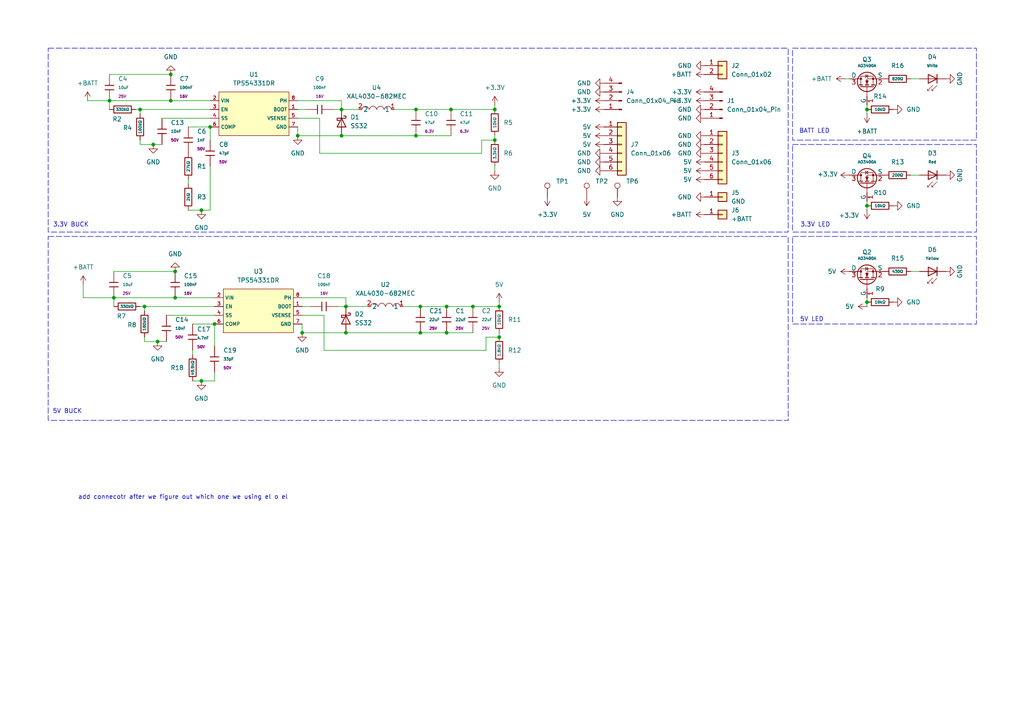
<source format=kicad_sch>
(kicad_sch (version 20250114) (generator "eeschema") (generator_version "9.0")
  (paper "A4")
  (rectangle (start 229.87 13.97) (end 283.21 40.64) (stroke (width 0) (type dash)))
  (rectangle (start 229.87 68.58) (end 283.21 93.98) (stroke (width 0) (type dash)))
  (rectangle (start 229.87 41.91) (end 283.21 67.31) (stroke (width 0) (type dash)))
  (rectangle (start 13.97 13.97) (end 228.6 67.31) (stroke (width 0) (type dash)))
  (rectangle (start 13.97 68.58) (end 228.6 121.92) (stroke (width 0) (type dash)))
  (text "BATT LED" (at 236.22 38.1 0) (effects (font (size 1.27 1.27))))
  (text "5V LED" (at 235.458 92.71 0) (effects (font (size 1.27 1.27))))
  (text "3.3V BUCK" (at 20.574 65.278 0) (effects (font (size 1.27 1.27))))
  (text "add connecotr after we figure out which one we using el o el" (at 53.086 144.272 0) (effects (font (size 1.27 1.27))))
  (text "5V BUCK" (at 19.558 119.38 0) (effects (font (size 1.27 1.27))))
  (text "3.3V LED" (at 236.474 65.278 0) (effects (font (size 1.27 1.27))))
  (junction (at 60.96 36.83))
  (junction (at 99.06 31.75))
  (junction (at 50.8 78.74))
  (junction (at 87.63 96.52))
  (junction (at 86.36 39.37))
  (junction (at 40.64 31.75))
  (junction (at 58.42 110.49))
  (junction (at 33.02 86.36))
  (junction (at 251.46 31.75))
  (junction (at 144.78 88.9))
  (junction (at 143.51 40.64))
  (junction (at 130.81 31.75))
  (junction (at 41.91 88.9))
  (junction (at 143.51 31.75))
  (junction (at 144.78 97.79))
  (junction (at 251.46 59.69))
  (junction (at 100.33 96.52))
  (junction (at 100.33 88.9))
  (junction (at 251.46 87.63))
  (junction (at 50.8 86.36))
  (junction (at 121.92 88.9))
  (junction (at 120.65 39.37))
  (junction (at 44.45 41.91))
  (junction (at 137.16 88.9))
  (junction (at 99.06 39.37))
  (junction (at 121.92 96.52))
  (junction (at 49.53 29.21))
  (junction (at 62.23 93.98))
  (junction (at 49.53 21.59))
  (junction (at 129.54 88.9))
  (junction (at 129.54 96.52))
  (junction (at 45.72 99.06))
  (junction (at 120.65 31.75))
  (junction (at 31.75 29.21))
  (junction (at 58.42 60.96))
  (wire (pts (xy 143.51 49.53) (xy 143.51 48.26)))
  (wire (pts (xy 100.33 96.52) (xy 121.92 96.52)))
  (wire (pts (xy 143.51 30.48) (xy 143.51 31.75)))
  (wire (pts (xy 266.7 50.8) (xy 264.16 50.8)))
  (wire (pts (xy 87.63 96.52) (xy 87.63 93.98)))
  (wire (pts (xy 54.61 36.83) (xy 60.96 36.83)))
  (wire (pts (xy 55.88 102.87) (xy 55.88 101.6)))
  (wire (pts (xy 31.75 31.75) (xy 31.75 29.21)))
  (wire (pts (xy 144.78 87.63) (xy 144.78 88.9)))
  (wire (pts (xy 60.96 40.64) (xy 60.96 36.83)))
  (wire (pts (xy 99.06 31.75) (xy 104.14 31.75)))
  (wire (pts (xy 86.36 39.37) (xy 86.36 36.83)))
  (wire (pts (xy 24.13 86.36) (xy 33.02 86.36)))
  (wire (pts (xy 93.98 91.44) (xy 93.98 101.6)))
  (wire (pts (xy 114.3 31.75) (xy 120.65 31.75)))
  (wire (pts (xy 251.46 87.63) (xy 251.46 88.9)))
  (wire (pts (xy 266.7 22.86) (xy 264.16 22.86)))
  (wire (pts (xy 144.78 97.79) (xy 144.78 96.52)))
  (wire (pts (xy 40.64 88.9) (xy 41.91 88.9)))
  (wire (pts (xy 87.63 86.36) (xy 100.33 86.36)))
  (wire (pts (xy 50.8 86.36) (xy 62.23 86.36)))
  (wire (pts (xy 88.9 31.75) (xy 86.36 31.75)))
  (wire (pts (xy 55.88 93.98) (xy 62.23 93.98)))
  (wire (pts (xy 116.84 88.9) (xy 121.92 88.9)))
  (wire (pts (xy 251.46 59.69) (xy 251.46 60.96)))
  (wire (pts (xy 90.17 88.9) (xy 87.63 88.9)))
  (wire (pts (xy 44.45 41.91) (xy 46.99 41.91)))
  (wire (pts (xy 60.96 48.26) (xy 60.96 60.96)))
  (wire (pts (xy 40.64 31.75) (xy 60.96 31.75)))
  (wire (pts (xy 60.96 60.96) (xy 58.42 60.96)))
  (wire (pts (xy 33.02 86.36) (xy 50.8 86.36)))
  (wire (pts (xy 92.71 44.45) (xy 139.7 44.45)))
  (wire (pts (xy 99.06 29.21) (xy 99.06 31.75)))
  (wire (pts (xy 41.91 99.06) (xy 45.72 99.06)))
  (wire (pts (xy 100.33 88.9) (xy 97.79 88.9)))
  (wire (pts (xy 139.7 40.64) (xy 143.51 40.64)))
  (wire (pts (xy 25.4 29.21) (xy 31.75 29.21)))
  (wire (pts (xy 62.23 107.95) (xy 62.23 110.49)))
  (wire (pts (xy 93.98 101.6) (xy 140.97 101.6)))
  (wire (pts (xy 33.02 88.9) (xy 33.02 86.36)))
  (wire (pts (xy 48.26 91.44) (xy 62.23 91.44)))
  (wire (pts (xy 58.42 60.96) (xy 54.61 60.96)))
  (wire (pts (xy 45.72 99.06) (xy 48.26 99.06)))
  (wire (pts (xy 86.36 34.29) (xy 92.71 34.29)))
  (wire (pts (xy 120.65 39.37) (xy 130.81 39.37)))
  (wire (pts (xy 39.37 31.75) (xy 40.64 31.75)))
  (wire (pts (xy 251.46 30.48) (xy 251.46 31.75)))
  (wire (pts (xy 129.54 88.9) (xy 137.16 88.9)))
  (wire (pts (xy 24.13 86.36) (xy 24.13 82.55)))
  (wire (pts (xy 99.06 39.37) (xy 86.36 39.37)))
  (wire (pts (xy 100.33 88.9) (xy 106.68 88.9)))
  (wire (pts (xy 143.51 40.64) (xy 143.51 39.37)))
  (wire (pts (xy 86.36 29.21) (xy 99.06 29.21)))
  (wire (pts (xy 144.78 106.68) (xy 144.78 105.41)))
  (wire (pts (xy 40.64 40.64) (xy 40.64 41.91)))
  (wire (pts (xy 245.11 22.86) (xy 246.38 22.86)))
  (wire (pts (xy 143.51 31.75) (xy 130.81 31.75)))
  (wire (pts (xy 41.91 88.9) (xy 41.91 90.17)))
  (wire (pts (xy 121.92 88.9) (xy 129.54 88.9)))
  (wire (pts (xy 140.97 101.6) (xy 140.97 97.79)))
  (wire (pts (xy 251.46 58.42) (xy 251.46 59.69)))
  (wire (pts (xy 62.23 100.33) (xy 62.23 93.98)))
  (wire (pts (xy 129.54 96.52) (xy 137.16 96.52)))
  (wire (pts (xy 41.91 97.79) (xy 41.91 99.06)))
  (wire (pts (xy 140.97 97.79) (xy 144.78 97.79)))
  (wire (pts (xy 49.53 29.21) (xy 60.96 29.21)))
  (wire (pts (xy 31.75 29.21) (xy 49.53 29.21)))
  (wire (pts (xy 41.91 88.9) (xy 62.23 88.9)))
  (wire (pts (xy 46.99 34.29) (xy 60.96 34.29)))
  (wire (pts (xy 62.23 110.49) (xy 58.42 110.49)))
  (wire (pts (xy 40.64 41.91) (xy 44.45 41.91)))
  (wire (pts (xy 31.75 21.59) (xy 49.53 21.59)))
  (wire (pts (xy 40.64 31.75) (xy 40.64 33.02)))
  (wire (pts (xy 251.46 31.75) (xy 251.46 33.02)))
  (wire (pts (xy 121.92 96.52) (xy 129.54 96.52)))
  (wire (pts (xy 99.06 31.75) (xy 96.52 31.75)))
  (wire (pts (xy 33.02 78.74) (xy 50.8 78.74)))
  (wire (pts (xy 266.7 78.74) (xy 264.16 78.74)))
  (wire (pts (xy 137.16 88.9) (xy 144.78 88.9)))
  (wire (pts (xy 100.33 96.52) (xy 87.63 96.52)))
  (wire (pts (xy 54.61 53.34) (xy 54.61 52.07)))
  (wire (pts (xy 139.7 44.45) (xy 139.7 40.64)))
  (wire (pts (xy 120.65 31.75) (xy 130.81 31.75)))
  (wire (pts (xy 58.42 110.49) (xy 55.88 110.49)))
  (wire (pts (xy 251.46 86.36) (xy 251.46 87.63)))
  (wire (pts (xy 100.33 86.36) (xy 100.33 88.9)))
  (wire (pts (xy 87.63 91.44) (xy 93.98 91.44)))
  (wire (pts (xy 99.06 39.37) (xy 120.65 39.37)))
  (wire (pts (xy 92.71 34.29) (xy 92.71 44.45)))
  (symbol (lib_id "power:GND") (at 274.32 22.86 90) (unit 1)
    (property "Reference" "#PWR020" (effects (hide yes)))
    (property "Value" "GND" (at 278.384 22.86 0))
    (property "Description" "Power symbol creates a global label with name \"GND\" , ground" (effects (hide yes)))
  )
  (symbol (lib_id "Connector_Generic:Conn_01x01") (at 209.55 57.15 0) (unit 1)
    (property "Reference" "J5" (at 212.09 55.8799 0) (effects (justify left)))
    (property "Value" "GND" (at 212.09 58.4199 0) (effects (justify left)))
    (property "Footprint" "TestPoint:TestPoint_Pad_2.5x2.5mm" (effects (hide yes)))
    (property "Description" "Generic connector, single row, 01x01, script generated (kicad-library-utils/schlib/autogen/connector/)" (effects (hide yes)))
  )
  (symbol (lib_id "PCM_JLCPCB-Capacitors:0805,47uF") (at 120.65 35.56 0) (unit 1)
    (property "Reference" "C10" (at 123.19 33.0199 0) (effects (justify left)))
    (property "Value" "47uF" (at 123.19 35.56 0) (effects (font (size 0.8 0.8)) (justify left)))
    (property "Footprint" "PCM_JLCPCB:C_0805" (effects (hide yes)))
    (property "Datasheet" "https://www.lcsc.com/datasheet/lcsc_datasheet_2304140030_Samsung-Electro-Mechanics-CL21A476MQYNNNE_C16780.pdf" (effects (hide yes)))
    (property "Description" "6.3V 47uF X5R ±20% 0805 Multilayer Ceramic Capacitors MLCC - SMD/SMT ROHS" (effects (hide yes)))
    (property "LCSC" "C16780" (effects (hide yes)))
    (property "Stock" "1584628" (effects (hide yes)))
    (property "Price" "0.030USD" (effects (hide yes)))
    (property "Process" "SMT" (effects (hide yes)))
    (property "Minimum Qty" "5" (effects (hide yes)))
    (property "Attrition Qty" "6" (effects (hide yes)))
    (property "Class" "Basic Component" (effects (hide yes)))
    (property "Category" "Capacitors,Multilayer Ceramic Capacitors MLCC - SMD/SMT" (effects (hide yes)))
    (property "Manufacturer" "Samsung Electro-Mechanics" (effects (hide yes)))
    (property "Part" "CL21A476MQYNNNE" (effects (hide yes)))
    (property "Voltage Rated" "6.3V" (at 123.19 38.1 0) (effects (font (size 0.8 0.8)) (justify left)))
    (property "Tolerance" "±20%" (effects (hide yes)))
    (property "Capacitance" "47uF" (effects (hide yes)))
    (property "Temperature Coefficient" "X5R" (effects (hide yes)))
  )
  (symbol (lib_id "power:+BATT") (at 204.47 21.59 90) (unit 1)
    (property "Reference" "#PWR024" (effects (hide yes)))
    (property "Value" "+BATT" (at 200.66 21.5899 90) (effects (justify left)))
    (property "Description" "Power symbol creates a global label with name \"+BATT\"" (effects (hide yes)))
  )
  (symbol (lib_id "power:+3.3V") (at 158.75 57.15 180) (unit 1)
    (property "Reference" "#PWR041" (effects (hide yes)))
    (property "Value" "+3.3V" (at 158.75 62.23 0))
    (property "Description" "Power symbol creates a global label with name \"+3.3V\"" (effects (hide yes)))
  )
  (symbol (lib_id "power:GND") (at 175.26 49.53 270) (unit 1)
    (property "Reference" "#PWR043" (effects (hide yes)))
    (property "Value" "GND" (at 171.45 49.5299 90) (effects (justify right)))
    (property "Description" "Power symbol creates a global label with name \"GND\" , ground" (effects (hide yes)))
  )
  (symbol (lib_id "power:+BATT") (at 204.47 62.23 90) (unit 1)
    (property "Reference" "#PWR038" (effects (hide yes)))
    (property "Value" "+BATT" (at 200.66 62.2299 90) (effects (justify left)))
    (property "Description" "Power symbol creates a global label with name \"+BATT\"" (effects (hide yes)))
  )
  (symbol (lib_id "power:GND") (at 179.07 57.15 0) (unit 1)
    (property "Reference" "#PWR044" (effects (hide yes)))
    (property "Value" "GND" (at 179.07 62.23 0))
    (property "Description" "Power symbol creates a global label with name \"GND\" , ground" (effects (hide yes)))
  )
  (symbol (lib_id "power:+3.3V") (at 204.47 29.21 90) (unit 1)
    (property "Reference" "#PWR027" (effects (hide yes)))
    (property "Value" "+3.3V" (at 200.66 29.2099 90) (effects (justify left)))
    (property "Description" "Power symbol creates a global label with name \"+3.3V\"" (effects (hide yes)))
  )
  (symbol (lib_id "power:+3.3V") (at 170.18 57.15 180) (unit 1)
    (property "Reference" "#PWR040" (effects (hide yes)))
    (property "Value" "5V" (at 170.18 62.23 0))
    (property "Description" "Power symbol creates a global label with name \"+3.3V\"" (effects (hide yes)))
  )
  (symbol (lib_id "PCM_JLCPCB-Resistors:0402,10kΩ") (at 255.27 31.75 90) (unit 1)
    (property "Reference" "R14" (at 255.27 27.94 90))
    (property "Value" "10kΩ" (at 255.27 31.75 90) (effects (font (size 0.8 0.8))))
    (property "Footprint" "PCM_JLCPCB:R_0402" (effects (hide yes)))
    (property "Datasheet" "https://www.lcsc.com/datasheet/lcsc_datasheet_2411221126_UNI-ROYAL-Uniroyal-Elec-0402WGF1002TCE_C25744.pdf" (effects (hide yes)))
    (property "Description" "62.5mW Thick Film Resistors 50V ±100ppm/°C ±1% 10kΩ 0402 Chip Resistor - Surface Mount ROHS" (effects (hide yes)))
    (property "LCSC" "C25744" (effects (hide yes)))
    (property "Stock" "24372091" (effects (hide yes)))
    (property "Price" "0.004USD" (effects (hide yes)))
    (property "Process" "SMT" (effects (hide yes)))
    (property "Minimum Qty" "20" (effects (hide yes)))
    (property "Attrition Qty" "10" (effects (hide yes)))
    (property "Class" "Basic Component" (effects (hide yes)))
    (property "Category" "Resistors,Chip Resistor - Surface Mount" (effects (hide yes)))
    (property "Manufacturer" "UNI-ROYAL(Uniroyal Elec)" (effects (hide yes)))
    (property "Part" "0402WGF1002TCE" (effects (hide yes)))
    (property "Resistance" "10kΩ" (effects (hide yes)))
    (property "Power(Watts)" "62.5mW" (effects (hide yes)))
    (property "Type" "Thick Film Resistors" (effects (hide yes)))
    (property "Overload Voltage (Max)" "50V" (effects (hide yes)))
    (property "Operating Temperature Range" "-55°C~+155°C" (effects (hide yes)))
    (property "Tolerance" "±1%" (effects (hide yes)))
    (property "Temperature Coefficient" "±100ppm/°C" (effects (hide yes)))
  )
  (symbol (lib_id "power:GND") (at 58.42 110.49 0) (unit 1)
    (property "Reference" "#PWR023" (effects (hide yes)))
    (property "Value" "GND" (at 58.42 115.57 0))
    (property "Description" "Power symbol creates a global label with name \"GND\" , ground" (effects (hide yes)))
  )
  (symbol (lib_id "power:GND") (at 204.47 41.91 270) (unit 1)
    (property "Reference" "#PWR033" (effects (hide yes)))
    (property "Value" "GND" (at 200.66 41.9099 90) (effects (justify right)))
    (property "Description" "Power symbol creates a global label with name \"GND\" , ground" (effects (hide yes)))
  )
  (symbol (lib_id "PCM_JLCPCB-Capacitors:0402,100nF") (at 50.8 82.55 0) (unit 1)
    (property "Reference" "C15" (at 53.34 80.0099 0) (effects (justify left)))
    (property "Value" "100nF" (at 53.34 82.55 0) (effects (font (size 0.8 0.8)) (justify left)))
    (property "Footprint" "PCM_JLCPCB:C_0402" (effects (hide yes)))
    (property "Datasheet" "https://www.lcsc.com/datasheet/lcsc_datasheet_2304140030_Samsung-Electro-Mechanics-CL05B104KO5NNNC_C1525.pdf" (effects (hide yes)))
    (property "Description" "16V 100nF X7R ±10% 0402 Multilayer Ceramic Capacitors MLCC - SMD/SMT ROHS" (effects (hide yes)))
    (property "LCSC" "C1525" (effects (hide yes)))
    (property "Stock" "20208285" (effects (hide yes)))
    (property "Price" "0.004USD" (effects (hide yes)))
    (property "Process" "SMT" (effects (hide yes)))
    (property "Minimum Qty" "20" (effects (hide yes)))
    (property "Attrition Qty" "10" (effects (hide yes)))
    (property "Class" "Basic Component" (effects (hide yes)))
    (property "Category" "Capacitors,Multilayer Ceramic Capacitors MLCC - SMD/SMT" (effects (hide yes)))
    (property "Manufacturer" "Samsung Electro-Mechanics" (effects (hide yes)))
    (property "Part" "CL05B104KO5NNNC" (effects (hide yes)))
    (property "Voltage Rated" "16V" (at 53.34 85.09 0) (effects (font (size 0.8 0.8)) (justify left)))
    (property "Tolerance" "±10%" (effects (hide yes)))
    (property "Capacitance" "100nF" (effects (hide yes)))
    (property "Temperature Coefficient" "X7R" (effects (hide yes)))
  )
  (symbol (lib_id "PCM_JLCPCB-Capacitors:0805,22uF") (at 129.54 92.71 0) (unit 1)
    (property "Reference" "C1" (at 132.08 90.1699 0) (effects (justify left)))
    (property "Value" "22uF" (at 132.08 92.71 0) (effects (font (size 0.8 0.8)) (justify left)))
    (property "Footprint" "PCM_JLCPCB:C_0805" (effects (hide yes)))
    (property "Datasheet" "https://www.lcsc.com/datasheet/lcsc_datasheet_2304140030_Samsung-Electro-Mechanics-CL21A226MAQNNNE_C45783.pdf" (effects (hide yes)))
    (property "Description" "25V 22uF X5R ±20% 0805 Multilayer Ceramic Capacitors MLCC - SMD/SMT ROHS" (effects (hide yes)))
    (property "LCSC" "C45783" (effects (hide yes)))
    (property "Stock" "6479946" (effects (hide yes)))
    (property "Price" "0.027USD" (effects (hide yes)))
    (property "Process" "SMT" (effects (hide yes)))
    (property "Minimum Qty" "20" (effects (hide yes)))
    (property "Attrition Qty" "8" (effects (hide yes)))
    (property "Class" "Basic Component" (effects (hide yes)))
    (property "Category" "Capacitors,Multilayer Ceramic Capacitors MLCC - SMD/SMT" (effects (hide yes)))
    (property "Manufacturer" "Samsung Electro-Mechanics" (effects (hide yes)))
    (property "Part" "CL21A226MAQNNNE" (effects (hide yes)))
    (property "Voltage Rated" "25V" (at 132.08 95.25 0) (effects (font (size 0.8 0.8)) (justify left)))
    (property "Tolerance" "±20%" (effects (hide yes)))
    (property "Capacitance" "22uF" (effects (hide yes)))
    (property "Temperature Coefficient" "X5R" (effects (hide yes)))
  )
  (symbol (lib_id "power:GND") (at 86.36 39.37 0) (unit 1)
    (property "Reference" "#PWR03" (effects (hide yes)))
    (property "Value" "GND" (at 86.36 44.45 0))
    (property "Description" "Power symbol creates a global label with name \"GND\" , ground" (effects (hide yes)))
  )
  (symbol (lib_id "Connector_Generic:Conn_01x02") (at 209.55 19.05 0) (unit 1)
    (property "Reference" "J2" (at 212.09 19.0499 0) (effects (justify left)))
    (property "Value" "Conn_01x02" (at 212.09 21.5899 0) (effects (justify left)))
    (property "Footprint" "Connector_AMASS:AMASS_XT30UPB-M_1x02_P5.0mm_Vertical" (effects (hide yes)))
    (property "Description" "Generic connector, single row, 01x02, script generated (kicad-library-utils/schlib/autogen/connector/)" (effects (hide yes)))
  )
  (symbol (lib_id "PCM_JLCPCB-Capacitors:0805,47uF") (at 130.81 35.56 0) (unit 1)
    (property "Reference" "C11" (at 133.35 33.0199 0) (effects (justify left)))
    (property "Value" "47uF" (at 133.35 35.56 0) (effects (font (size 0.8 0.8)) (justify left)))
    (property "Footprint" "PCM_JLCPCB:C_0805" (effects (hide yes)))
    (property "Datasheet" "https://www.lcsc.com/datasheet/lcsc_datasheet_2304140030_Samsung-Electro-Mechanics-CL21A476MQYNNNE_C16780.pdf" (effects (hide yes)))
    (property "Description" "6.3V 47uF X5R ±20% 0805 Multilayer Ceramic Capacitors MLCC - SMD/SMT ROHS" (effects (hide yes)))
    (property "LCSC" "C16780" (effects (hide yes)))
    (property "Stock" "1584628" (effects (hide yes)))
    (property "Price" "0.030USD" (effects (hide yes)))
    (property "Process" "SMT" (effects (hide yes)))
    (property "Minimum Qty" "5" (effects (hide yes)))
    (property "Attrition Qty" "6" (effects (hide yes)))
    (property "Class" "Basic Component" (effects (hide yes)))
    (property "Category" "Capacitors,Multilayer Ceramic Capacitors MLCC - SMD/SMT" (effects (hide yes)))
    (property "Manufacturer" "Samsung Electro-Mechanics" (effects (hide yes)))
    (property "Part" "CL21A476MQYNNNE" (effects (hide yes)))
    (property "Voltage Rated" "6.3V" (at 133.35 38.1 0) (effects (font (size 0.8 0.8)) (justify left)))
    (property "Tolerance" "±20%" (effects (hide yes)))
    (property "Capacitance" "47uF" (effects (hide yes)))
    (property "Temperature Coefficient" "X5R" (effects (hide yes)))
  )
  (symbol (lib_id "power:+3.3V") (at 175.26 41.91 90) (unit 1)
    (property "Reference" "#PWR047" (effects (hide yes)))
    (property "Value" "5V" (at 171.45 41.9099 90) (effects (justify left)))
    (property "Description" "Power symbol creates a global label with name \"+3.3V\"" (effects (hide yes)))
  )
  (symbol (lib_id "PCM_JLCPCB-Capacitors:0402,100nF") (at 92.71 31.75 90) (unit 1)
    (property "Reference" "C9" (at 92.71 22.86 90))
    (property "Value" "100nF" (at 92.71 25.4 90) (effects (font (size 0.8 0.8))))
    (property "Footprint" "PCM_JLCPCB:C_0402" (effects (hide yes)))
    (property "Datasheet" "https://www.lcsc.com/datasheet/lcsc_datasheet_2304140030_Samsung-Electro-Mechanics-CL05B104KO5NNNC_C1525.pdf" (effects (hide yes)))
    (property "Description" "16V 100nF X7R ±10% 0402 Multilayer Ceramic Capacitors MLCC - SMD/SMT ROHS" (effects (hide yes)))
    (property "LCSC" "C1525" (effects (hide yes)))
    (property "Stock" "20208285" (effects (hide yes)))
    (property "Price" "0.004USD" (effects (hide yes)))
    (property "Process" "SMT" (effects (hide yes)))
    (property "Minimum Qty" "20" (effects (hide yes)))
    (property "Attrition Qty" "10" (effects (hide yes)))
    (property "Class" "Basic Component" (effects (hide yes)))
    (property "Category" "Capacitors,Multilayer Ceramic Capacitors MLCC - SMD/SMT" (effects (hide yes)))
    (property "Manufacturer" "Samsung Electro-Mechanics" (effects (hide yes)))
    (property "Part" "CL05B104KO5NNNC" (effects (hide yes)))
    (property "Voltage Rated" "16V" (at 92.71 27.94 90) (effects (font (size 0.8 0.8))))
    (property "Tolerance" "±10%" (effects (hide yes)))
    (property "Capacitance" "100nF" (effects (hide yes)))
    (property "Temperature Coefficient" "X7R" (effects (hide yes)))
  )
  (symbol (lib_id "power:GND") (at 175.26 44.45 270) (unit 1)
    (property "Reference" "#PWR039" (effects (hide yes)))
    (property "Value" "GND" (at 171.45 44.4499 90) (effects (justify right)))
    (property "Description" "Power symbol creates a global label with name \"GND\" , ground" (effects (hide yes)))
  )
  (symbol (lib_id "PCM_JLCPCB-Resistors:0603,1.8kΩ") (at 144.78 101.6 0) (unit 1)
    (property "Reference" "R12" (at 147.32 101.5999 0) (effects (justify left)))
    (property "Value" "1.8kΩ" (at 144.78 101.6 90) (effects (font (size 0.8 0.8))))
    (property "Footprint" "PCM_JLCPCB:R_0603" (effects (hide yes)))
    (property "Datasheet" "https://www.lcsc.com/datasheet/lcsc_datasheet_2206010230_UNI-ROYAL-Uniroyal-Elec-0603WAF1801T5E_C4177.pdf" (effects (hide yes)))
    (property "Description" "100mW Thick Film Resistors 75V ±100ppm/°C ±1% 1.8kΩ 0603 Chip Resistor - Surface Mount ROHS" (effects (hide yes)))
    (property "LCSC" "C4177" (effects (hide yes)))
    (property "Stock" "554337" (effects (hide yes)))
    (property "Price" "0.004USD" (effects (hide yes)))
    (property "Process" "SMT" (effects (hide yes)))
    (property "Minimum Qty" "20" (effects (hide yes)))
    (property "Attrition Qty" "10" (effects (hide yes)))
    (property "Class" "Basic Component" (effects (hide yes)))
    (property "Category" "Resistors,Chip Resistor - Surface Mount" (effects (hide yes)))
    (property "Manufacturer" "UNI-ROYAL(Uniroyal Elec)" (effects (hide yes)))
    (property "Part" "0603WAF1801T5E" (effects (hide yes)))
    (property "Resistance" "1.8kΩ" (effects (hide yes)))
    (property "Power(Watts)" "100mW" (effects (hide yes)))
    (property "Type" "Thick Film Resistors" (effects (hide yes)))
    (property "Overload Voltage (Max)" "75V" (effects (hide yes)))
    (property "Operating Temperature Range" "-55°C~+155°C" (effects (hide yes)))
    (property "Tolerance" "±1%" (effects (hide yes)))
    (property "Temperature Coefficient" "±100ppm/°C" (effects (hide yes)))
  )
  (symbol (lib_id "PCM_JLCPCB-Resistors:0603,820Ω") (at 260.35 22.86 90) (unit 1)
    (property "Reference" "R16" (at 260.35 19.05 90))
    (property "Value" "820Ω" (at 260.35 22.86 90) (effects (font (size 0.8 0.8))))
    (property "Footprint" "PCM_JLCPCB:R_0603" (effects (hide yes)))
    (property "Datasheet" "https://www.lcsc.com/datasheet/lcsc_datasheet_2206010100_UNI-ROYAL-Uniroyal-Elec-0603WAF8200T5E_C23253.pdf" (effects (hide yes)))
    (property "Description" "100mW Thick Film Resistors 75V ±100ppm/°C ±1% 820Ω 0603 Chip Resistor - Surface Mount ROHS" (effects (hide yes)))
    (property "LCSC" "C23253" (effects (hide yes)))
    (property "Stock" "695376" (effects (hide yes)))
    (property "Price" "0.004USD" (effects (hide yes)))
    (property "Process" "SMT" (effects (hide yes)))
    (property "Minimum Qty" "20" (effects (hide yes)))
    (property "Attrition Qty" "10" (effects (hide yes)))
    (property "Class" "Basic Component" (effects (hide yes)))
    (property "Category" "Resistors,Chip Resistor - Surface Mount" (effects (hide yes)))
    (property "Manufacturer" "UNI-ROYAL(Uniroyal Elec)" (effects (hide yes)))
    (property "Part" "0603WAF8200T5E" (effects (hide yes)))
    (property "Resistance" "820Ω" (effects (hide yes)))
    (property "Power(Watts)" "100mW" (effects (hide yes)))
    (property "Type" "Thick Film Resistors" (effects (hide yes)))
    (property "Overload Voltage (Max)" "75V" (effects (hide yes)))
    (property "Operating Temperature Range" "-55°C~+155°C" (effects (hide yes)))
    (property "Tolerance" "±1%" (effects (hide yes)))
    (property "Temperature Coefficient" "±100ppm/°C" (effects (hide yes)))
  )
  (symbol (lib_id "PCM_JLCPCB-Diodes:LED,0603,Red") (at 270.51 50.8 90) (unit 1)
    (property "Reference" "D3" (at 270.4147 44.45 90))
    (property "Value" "Red" (at 270.4147 46.99 90) (effects (font (size 0.8 0.8))))
    (property "Footprint" "PCM_JLCPCB:D_0603" (effects (hide yes)))
    (property "Datasheet" "https://www.lcsc.com/datasheet/lcsc_datasheet_1810231112_Hubei-KENTO-Elec-KT-0603R_C2286.pdf" (effects (hide yes)))
    (property "Description" "-40°C~+85°C Red 0603 LED Indication - Discrete ROHS" (effects (hide yes)))
    (property "LCSC" "C2286" (effects (hide yes)))
    (property "Stock" "5373336" (effects (hide yes)))
    (property "Price" "0.009USD" (effects (hide yes)))
    (property "Process" "SMT" (effects (hide yes)))
    (property "Minimum Qty" "20" (effects (hide yes)))
    (property "Attrition Qty" "10" (effects (hide yes)))
    (property "Class" "Basic Component" (effects (hide yes)))
    (property "Category" "Optocouplers & LEDs & Infrared,Light Emitting Diodes (LED)" (effects (hide yes)))
    (property "Manufacturer" "Hubei KENTO Elec" (effects (hide yes)))
    (property "Part" "KT-0603R" (effects (hide yes)))
  )
  (symbol (lib_id "power:GND") (at 259.08 87.63 90) (unit 1)
    (property "Reference" "#PWR015" (effects (hide yes)))
    (property "Value" "GND" (at 262.89 87.6299 90) (effects (justify right)))
    (property "Description" "Power symbol creates a global label with name \"GND\" , ground" (effects (hide yes)))
  )
  (symbol (lib_id "power:GND") (at 204.47 19.05 270) (unit 1)
    (property "Reference" "#PWR025" (effects (hide yes)))
    (property "Value" "GND" (at 200.66 19.0499 90) (effects (justify right)))
    (property "Description" "Power symbol creates a global label with name \"GND\" , ground" (effects (hide yes)))
  )
  (symbol (lib_id "power:GND") (at 204.47 34.29 270) (unit 1)
    (property "Reference" "#PWR030" (effects (hide yes)))
    (property "Value" "GND" (at 200.66 34.2899 90) (effects (justify right)))
    (property "Description" "Power symbol creates a global label with name \"GND\" , ground" (effects (hide yes)))
  )
  (symbol (lib_id "PCM_JLCPCB-Capacitors:0805,22uF") (at 137.16 92.71 0) (unit 1)
    (property "Reference" "C2" (at 139.7 90.1699 0) (effects (justify left)))
    (property "Value" "22uF" (at 139.7 92.71 0) (effects (font (size 0.8 0.8)) (justify left)))
    (property "Footprint" "PCM_JLCPCB:C_0805" (effects (hide yes)))
    (property "Datasheet" "https://www.lcsc.com/datasheet/lcsc_datasheet_2304140030_Samsung-Electro-Mechanics-CL21A226MAQNNNE_C45783.pdf" (effects (hide yes)))
    (property "Description" "25V 22uF X5R ±20% 0805 Multilayer Ceramic Capacitors MLCC - SMD/SMT ROHS" (effects (hide yes)))
    (property "LCSC" "C45783" (effects (hide yes)))
    (property "Stock" "6479946" (effects (hide yes)))
    (property "Price" "0.027USD" (effects (hide yes)))
    (property "Process" "SMT" (effects (hide yes)))
    (property "Minimum Qty" "20" (effects (hide yes)))
    (property "Attrition Qty" "8" (effects (hide yes)))
    (property "Class" "Basic Component" (effects (hide yes)))
    (property "Category" "Capacitors,Multilayer Ceramic Capacitors MLCC - SMD/SMT" (effects (hide yes)))
    (property "Manufacturer" "Samsung Electro-Mechanics" (effects (hide yes)))
    (property "Part" "CL21A226MAQNNNE" (effects (hide yes)))
    (property "Voltage Rated" "25V" (at 139.7 95.25 0) (effects (font (size 0.8 0.8)) (justify left)))
    (property "Tolerance" "±20%" (effects (hide yes)))
    (property "Capacitance" "22uF" (effects (hide yes)))
    (property "Temperature Coefficient" "X5R" (effects (hide yes)))
  )
  (symbol (lib_id "PCM_JLCPCB-Diodes:LED,0603,White") (at 270.51 22.86 90) (unit 1)
    (property "Reference" "D4" (at 270.4147 16.51 90))
    (property "Value" "White" (at 270.4147 19.05 90) (effects (font (size 0.8 0.8))))
    (property "Footprint" "PCM_JLCPCB:D_0603" (effects (hide yes)))
    (property "Datasheet" "https://www.lcsc.com/datasheet/lcsc_datasheet_2305091500_Hubei-KENTO-Elec-KT-0603W_C2290.pdf" (effects (hide yes)))
    (property "Description" "White 0603 LED Indication - Discrete ROHS" (effects (hide yes)))
    (property "LCSC" "C2290" (effects (hide yes)))
    (property "Stock" "1189238" (effects (hide yes)))
    (property "Price" "0.013USD" (effects (hide yes)))
    (property "Process" "SMT" (effects (hide yes)))
    (property "Minimum Qty" "20" (effects (hide yes)))
    (property "Attrition Qty" "10" (effects (hide yes)))
    (property "Class" "Basic Component" (effects (hide yes)))
    (property "Category" "Optocouplers & LEDs & Infrared,Light Emitting Diodes (LED)" (effects (hide yes)))
    (property "Manufacturer" "Hubei KENTO Elec" (effects (hide yes)))
    (property "Part" "KT-0603W" (effects (hide yes)))
  )
  (symbol (lib_id "power:+3.3V") (at 251.46 88.9 90) (unit 1)
    (property "Reference" "#PWR014" (effects (hide yes)))
    (property "Value" "5V" (at 247.65 88.8999 90) (effects (justify left)))
    (property "Description" "Power symbol creates a global label with name \"+3.3V\"" (effects (hide yes)))
  )
  (symbol (lib_id "power:GND") (at 204.47 57.15 270) (unit 1)
    (property "Reference" "#PWR037" (effects (hide yes)))
    (property "Value" "GND" (at 200.66 57.1499 90) (effects (justify right)))
    (property "Description" "Power symbol creates a global label with name \"GND\" , ground" (effects (hide yes)))
  )
  (symbol (lib_id "PCM_JLCPCB-Power:DC-DC, Buck, 3.5-28VIN, 3A, 0.8+VOUT") (at 74.93 91.44 0) (unit 1)
    (property "Reference" "U3" (at 74.93 78.74 0))
    (property "Value" "TPS54331DR" (at 74.93 81.28 0))
    (property "Footprint" "PCM_JLCPCB:SOIC-8_L5.0-W4.0-P1.27-LS6.0-BL" (effects (hide yes)))
    (property "Datasheet" "https://www.lcsc.com/datasheet/lcsc_datasheet_1808272040_Texas-Instruments-TPS54331DR_C9865.pdf" (effects (hide yes)))
    (property "Description" "Step-down type Adjustable 800mV~25V 3A 3.5V~28V SOIC-8 DC-DC Converters ROHS" (effects (hide yes)))
    (property "LCSC" "C9865" (effects (hide yes)))
    (property "Stock" "173408" (effects (hide yes)))
    (property "Price" "0.220USD" (effects (hide yes)))
    (property "Process" "SMT" (effects (hide yes)))
    (property "Minimum Qty" "1" (effects (hide yes)))
    (property "Attrition Qty" "0" (effects (hide yes)))
    (property "Class" "Preferred Component" (effects (hide yes)))
    (property "Category" "Power Management ICs,DC-DC Converters" (effects (hide yes)))
    (property "Manufacturer" "Texas Instruments" (effects (hide yes)))
    (property "Part" "TPS54331DR" (effects (hide yes)))
    (property "Number Of Outputs" "1" (effects (hide yes)))
    (property "Output Current (Max)" "3A" (effects (hide yes)))
    (property "Output Voltage" "0.8V~25V" (effects (hide yes)))
    (property "Topology" "Step-down" (effects (hide yes)))
    (property "Synchronous Rectification" "No" (effects (hide yes)))
    (property "Switching Frequency" "570kHz" (effects (hide yes)))
    (property "Input Voltage" "3.5V~28V" (effects (hide yes)))
    (property "Output Type" "Adjustable" (effects (hide yes)))
    (property "Operating Temperature" "-40°C~+150°C@(TJ)" (effects (hide yes)))
    (property "Function" "Step-down type" (effects (hide yes)))
    (property "Switch Tube (Built-In/External)" "Built-in" (effects (hide yes)))
    (property "Quiescent Current (Iq)" "1mA" (effects (hide yes)))
    (property "Output Current" "3A" (effects (hide yes)))
  )
  (symbol (lib_id "PCM_JLCPCB-Resistors:0402,2kΩ") (at 54.61 57.15 0) (unit 1)
    (property "Reference" "R3" (at 57.15 57.1499 0) (effects (justify left)))
    (property "Value" "2kΩ" (at 54.61 57.15 90) (effects (font (size 0.8 0.8))))
    (property "Footprint" "PCM_JLCPCB:R_0402" (effects (hide yes)))
    (property "Datasheet" "https://www.lcsc.com/datasheet/lcsc_datasheet_2206010230_UNI-ROYAL-Uniroyal-Elec-0402WGF2001TCE_C4109.pdf" (effects (hide yes)))
    (property "Description" "62.5mW Thick Film Resistors 50V ±100ppm/°C ±1% 2kΩ 0402 Chip Resistor - Surface Mount ROHS" (effects (hide yes)))
    (property "LCSC" "C4109" (effects (hide yes)))
    (property "Stock" "1980337" (effects (hide yes)))
    (property "Price" "0.004USD" (effects (hide yes)))
    (property "Process" "SMT" (effects (hide yes)))
    (property "Minimum Qty" "20" (effects (hide yes)))
    (property "Attrition Qty" "10" (effects (hide yes)))
    (property "Class" "Basic Component" (effects (hide yes)))
    (property "Category" "Resistors,Chip Resistor - Surface Mount" (effects (hide yes)))
    (property "Manufacturer" "UNI-ROYAL(Uniroyal Elec)" (effects (hide yes)))
    (property "Part" "0402WGF2001TCE" (effects (hide yes)))
    (property "Resistance" "2kΩ" (effects (hide yes)))
    (property "Power(Watts)" "62.5mW" (effects (hide yes)))
    (property "Type" "Thick Film Resistors" (effects (hide yes)))
    (property "Overload Voltage (Max)" "50V" (effects (hide yes)))
    (property "Operating Temperature Range" "-55°C~+155°C" (effects (hide yes)))
    (property "Tolerance" "±1%" (effects (hide yes)))
    (property "Temperature Coefficient" "±100ppm/°C" (effects (hide yes)))
  )
  (symbol (lib_id "PCM_JLCPCB-Capacitors:0402,1nF") (at 54.61 40.64 0) (unit 1)
    (property "Reference" "C6" (at 57.15 38.0999 0) (effects (justify left)))
    (property "Value" "1nF" (at 57.15 40.64 0) (effects (font (size 0.8 0.8)) (justify left)))
    (property "Footprint" "PCM_JLCPCB:C_0402" (effects (hide yes)))
    (property "Datasheet" "https://www.lcsc.com/datasheet/lcsc_datasheet_2304140030_FH--Guangdong-Fenghua-Advanced-Tech-0402B102K500NT_C1523.pdf" (effects (hide yes)))
    (property "Description" "50V 1nF X7R ±10% 0402 Multilayer Ceramic Capacitors MLCC - SMD/SMT ROHS" (effects (hide yes)))
    (property "LCSC" "C1523" (effects (hide yes)))
    (property "Stock" "4702397" (effects (hide yes)))
    (property "Price" "0.004USD" (effects (hide yes)))
    (property "Process" "SMT" (effects (hide yes)))
    (property "Minimum Qty" "20" (effects (hide yes)))
    (property "Attrition Qty" "10" (effects (hide yes)))
    (property "Class" "Basic Component" (effects (hide yes)))
    (property "Category" "Capacitors,Multilayer Ceramic Capacitors MLCC - SMD/SMT" (effects (hide yes)))
    (property "Manufacturer" "FH(Guangdong Fenghua Advanced Tech)" (effects (hide yes)))
    (property "Part" "0402B102K500NT" (effects (hide yes)))
    (property "Voltage Rated" "50V" (at 57.15 43.18 0) (effects (font (size 0.8 0.8)) (justify left)))
    (property "Tolerance" "±10%" (effects (hide yes)))
    (property "Capacitance" "1nF" (effects (hide yes)))
    (property "Temperature Coefficient" "X7R" (effects (hide yes)))
  )
  (symbol (lib_id "Diode:SS32") (at 99.06 35.56 270) (unit 1)
    (property "Reference" "D1" (at 101.6 33.9724 90) (effects (justify left)))
    (property "Value" "SS32" (at 101.6 36.5124 90) (effects (justify left)))
    (property "Footprint" "Diode_SMD:D_SMA" (effects (hide yes)))
    (property "Datasheet" "https://www.vishay.com/docs/88751/ss32.pdf" (effects (hide yes)))
    (property "Description" "20V 3A Schottky Diode, SMA" (effects (hide yes)))
  )
  (symbol (lib_id "power:GND") (at 175.26 26.67 270) (unit 1)
    (property "Reference" "#PWR051" (effects (hide yes)))
    (property "Value" "GND" (at 171.45 26.6699 90) (effects (justify right)))
    (property "Description" "Power symbol creates a global label with name \"GND\" , ground" (effects (hide yes)))
  )
  (symbol (lib_id "PCM_JLCPCB-Resistors:0402,100kΩ") (at 41.91 93.98 180) (unit 1)
    (property "Reference" "R8" (at 39.624 94.234 0) (effects (justify left)))
    (property "Value" "100kΩ" (at 41.91 93.98 90) (effects (font (size 0.8 0.8))))
    (property "Footprint" "PCM_JLCPCB:R_0402" (effects (hide yes)))
    (property "Datasheet" "https://www.lcsc.com/datasheet/lcsc_datasheet_2206010100_UNI-ROYAL-Uniroyal-Elec-0402WGF1003TCE_C25741.pdf" (effects (hide yes)))
    (property "Description" "62.5mW Thick Film Resistors 50V ±100ppm/°C ±1% 100kΩ 0402 Chip Resistor - Surface Mount ROHS" (effects (hide yes)))
    (property "LCSC" "C25741" (effects (hide yes)))
    (property "Stock" "6969783" (effects (hide yes)))
    (property "Price" "0.004USD" (effects (hide yes)))
    (property "Process" "SMT" (effects (hide yes)))
    (property "Minimum Qty" "20" (effects (hide yes)))
    (property "Attrition Qty" "10" (effects (hide yes)))
    (property "Class" "Basic Component" (effects (hide yes)))
    (property "Category" "Resistors,Chip Resistor - Surface Mount" (effects (hide yes)))
    (property "Manufacturer" "UNI-ROYAL(Uniroyal Elec)" (effects (hide yes)))
    (property "Part" "0402WGF1003TCE" (effects (hide yes)))
    (property "Resistance" "100kΩ" (effects (hide yes)))
    (property "Power(Watts)" "62.5mW" (effects (hide yes)))
    (property "Type" "Thick Film Resistors" (effects (hide yes)))
    (property "Overload Voltage (Max)" "50V" (effects (hide yes)))
    (property "Operating Temperature Range" "-55°C~+155°C" (effects (hide yes)))
    (property "Tolerance" "±1%" (effects (hide yes)))
    (property "Temperature Coefficient" "±100ppm/°C" (effects (hide yes)))
  )
  (symbol (lib_id "PCM_JLCPCB-Capacitors:0402,47pF") (at 60.96 44.45 0) (unit 1)
    (property "Reference" "C8" (at 63.5 41.9099 0) (effects (justify left)))
    (property "Value" "47pF" (at 63.5 44.45 0) (effects (font (size 0.8 0.8)) (justify left)))
    (property "Footprint" "PCM_JLCPCB:C_0402" (effects (hide yes)))
    (property "Datasheet" "https://www.lcsc.com/datasheet/lcsc_datasheet_2304140030_FH--Guangdong-Fenghua-Advanced-Tech-0402CG470J500NT_C1567.pdf" (effects (hide yes)))
    (property "Description" "50V 47pF C0G ±5% 0402 Multilayer Ceramic Capacitors MLCC - SMD/SMT ROHS" (effects (hide yes)))
    (property "LCSC" "C1567" (effects (hide yes)))
    (property "Stock" "516184" (effects (hide yes)))
    (property "Price" "0.004USD" (effects (hide yes)))
    (property "Process" "SMT" (effects (hide yes)))
    (property "Minimum Qty" "20" (effects (hide yes)))
    (property "Attrition Qty" "10" (effects (hide yes)))
    (property "Class" "Basic Component" (effects (hide yes)))
    (property "Category" "Capacitors,Multilayer Ceramic Capacitors MLCC - SMD/SMT" (effects (hide yes)))
    (property "Manufacturer" "FH(Guangdong Fenghua Advanced Tech)" (effects (hide yes)))
    (property "Part" "0402CG470J500NT" (effects (hide yes)))
    (property "Voltage Rated" "50V" (at 63.5 46.99 0) (effects (font (size 0.8 0.8)) (justify left)))
    (property "Tolerance" "±5%" (effects (hide yes)))
    (property "Capacitance" "47pF" (effects (hide yes)))
    (property "Temperature Coefficient" "C0G" (effects (hide yes)))
  )
  (symbol (lib_id "PCM_JLCPCB-Resistors:0603,430Ω") (at 260.35 78.74 90) (unit 1)
    (property "Reference" "R15" (at 260.35 74.93 90))
    (property "Value" "430Ω" (at 260.35 78.74 90) (effects (font (size 0.8 0.8))))
    (property "Footprint" "PCM_JLCPCB:R_0603" (effects (hide yes)))
    (property "Datasheet" "https://www.lcsc.com/datasheet/lcsc_datasheet_2206010116_UNI-ROYAL-Uniroyal-Elec-0603WAF4300T5E_C23170.pdf" (effects (hide yes)))
    (property "Description" "100mW Thick Film Resistors 75V ±100ppm/°C ±1% 430Ω 0603 Chip Resistor - Surface Mount ROHS" (effects (hide yes)))
    (property "LCSC" "C23170" (effects (hide yes)))
    (property "Stock" "231507" (effects (hide yes)))
    (property "Price" "0.004USD" (effects (hide yes)))
    (property "Process" "SMT" (effects (hide yes)))
    (property "Minimum Qty" "20" (effects (hide yes)))
    (property "Attrition Qty" "10" (effects (hide yes)))
    (property "Class" "Preferred Component" (effects (hide yes)))
    (property "Category" "Resistors,Chip Resistor - Surface Mount" (effects (hide yes)))
    (property "Manufacturer" "UNI-ROYAL(Uniroyal Elec)" (effects (hide yes)))
    (property "Part" "0603WAF4300T5E" (effects (hide yes)))
    (property "Resistance" "430Ω" (effects (hide yes)))
    (property "Power(Watts)" "100mW" (effects (hide yes)))
    (property "Type" "Thick Film Resistors" (effects (hide yes)))
    (property "Overload Voltage (Max)" "75V" (effects (hide yes)))
    (property "Operating Temperature Range" "-55°C~+155°C" (effects (hide yes)))
    (property "Tolerance" "±1%" (effects (hide yes)))
    (property "Temperature Coefficient" "±100ppm/°C" (effects (hide yes)))
  )
  (symbol (lib_id "power:GND") (at 175.26 24.13 270) (unit 1)
    (property "Reference" "#PWR050" (effects (hide yes)))
    (property "Value" "GND" (at 171.45 24.1299 90) (effects (justify right)))
    (property "Description" "Power symbol creates a global label with name \"GND\" , ground" (effects (hide yes)))
  )
  (symbol (lib_id "power:+3.3V") (at 144.78 87.63 0) (unit 1)
    (property "Reference" "#PWR010" (effects (hide yes)))
    (property "Value" "5V" (at 144.78 82.55 0))
    (property "Description" "Power symbol creates a global label with name \"+3.3V\"" (effects (hide yes)))
  )
  (symbol (lib_id "PCM_JLCPCB-Capacitors:0603,10uF,(2)") (at 33.02 82.55 180) (unit 1)
    (property "Reference" "C5" (at 35.56 80.0099 0) (effects (justify right)))
    (property "Value" "10uF" (at 35.56 82.55 0) (effects (font (size 0.8 0.8)) (justify right)))
    (property "Footprint" "PCM_JLCPCB:C_0603" (effects (hide yes)))
    (property "Datasheet" "https://www.lcsc.com/datasheet/lcsc_datasheet_2304140030_Samsung-Electro-Mechanics-CL10A106MA8NRNC_C96446.pdf" (effects (hide yes)))
    (property "Description" "25V 10uF X5R ±20% 0603 Multilayer Ceramic Capacitors MLCC - SMD/SMT ROHS" (effects (hide yes)))
    (property "LCSC" "C96446" (effects (hide yes)))
    (property "Stock" "3388297" (effects (hide yes)))
    (property "Price" "0.021USD" (effects (hide yes)))
    (property "Process" "SMT" (effects (hide yes)))
    (property "Minimum Qty" "20" (effects (hide yes)))
    (property "Attrition Qty" "8" (effects (hide yes)))
    (property "Class" "Basic Component" (effects (hide yes)))
    (property "Category" "Capacitors,Multilayer Ceramic Capacitors MLCC - SMD/SMT" (effects (hide yes)))
    (property "Manufacturer" "Samsung Electro-Mechanics" (effects (hide yes)))
    (property "Part" "CL10A106MA8NRNC" (effects (hide yes)))
    (property "Voltage Rated" "25V" (at 35.56 85.09 0) (effects (font (size 0.8 0.8)) (justify right)))
    (property "Tolerance" "±20%" (effects (hide yes)))
    (property "Capacitance" "10uF" (effects (hide yes)))
    (property "Temperature Coefficient" "X5R" (effects (hide yes)))
  )
  (symbol (lib_id "power:GND") (at 45.72 99.06 0) (unit 1)
    (property "Reference" "#PWR05" (effects (hide yes)))
    (property "Value" "GND" (at 45.72 104.14 0))
    (property "Description" "Power symbol creates a global label with name \"GND\" , ground" (effects (hide yes)))
  )
  (symbol (lib_id "PCM_JLCPCB-Resistors:0402,100kΩ") (at 40.64 36.83 180) (unit 1)
    (property "Reference" "R4" (at 38.354 37.084 0) (effects (justify left)))
    (property "Value" "100kΩ" (at 40.64 36.83 90) (effects (font (size 0.8 0.8))))
    (property "Footprint" "PCM_JLCPCB:R_0402" (effects (hide yes)))
    (property "Datasheet" "https://www.lcsc.com/datasheet/lcsc_datasheet_2206010100_UNI-ROYAL-Uniroyal-Elec-0402WGF1003TCE_C25741.pdf" (effects (hide yes)))
    (property "Description" "62.5mW Thick Film Resistors 50V ±100ppm/°C ±1% 100kΩ 0402 Chip Resistor - Surface Mount ROHS" (effects (hide yes)))
    (property "LCSC" "C25741" (effects (hide yes)))
    (property "Stock" "6969783" (effects (hide yes)))
    (property "Price" "0.004USD" (effects (hide yes)))
    (property "Process" "SMT" (effects (hide yes)))
    (property "Minimum Qty" "20" (effects (hide yes)))
    (property "Attrition Qty" "10" (effects (hide yes)))
    (property "Class" "Basic Component" (effects (hide yes)))
    (property "Category" "Resistors,Chip Resistor - Surface Mount" (effects (hide yes)))
    (property "Manufacturer" "UNI-ROYAL(Uniroyal Elec)" (effects (hide yes)))
    (property "Part" "0402WGF1003TCE" (effects (hide yes)))
    (property "Resistance" "100kΩ" (effects (hide yes)))
    (property "Power(Watts)" "62.5mW" (effects (hide yes)))
    (property "Type" "Thick Film Resistors" (effects (hide yes)))
    (property "Overload Voltage (Max)" "50V" (effects (hide yes)))
    (property "Operating Temperature Range" "-55°C~+155°C" (effects (hide yes)))
    (property "Tolerance" "±1%" (effects (hide yes)))
    (property "Temperature Coefficient" "±100ppm/°C" (effects (hide yes)))
  )
  (symbol (lib_id "lib:XAL4030-682MEC") (at 111.76 88.9 180) (unit 1)
    (property "Reference" "U2" (at 111.76 82.55 0))
    (property "Value" "XAL4030-682MEC" (at 111.76 85.09 0))
    (property "Footprint" "lib:IND-SMD_L4.0-W4.0_XAL4030-682MEC" (effects (hide yes)))
    (property "LCSC Part" "C3040663" (effects (hide yes)))
  )
  (symbol (lib_id "Connector:TestPoint") (at 158.75 57.15 0) (unit 1)
    (property "Reference" "TP1" (at 161.29 52.5779 0) (effects (justify left)))
    (property "Value" "TestPoint" (effects (hide yes)))
    (property "Footprint" "TestPoint:TestPoint_Pad_2.0x2.0mm" (effects (hide yes)))
    (property "Description" "test point" (effects (hide yes)))
  )
  (symbol (lib_id "power:+3.3V") (at 175.26 36.83 90) (unit 1)
    (property "Reference" "#PWR045" (effects (hide yes)))
    (property "Value" "5V" (at 171.45 36.8299 90) (effects (justify left)))
    (property "Description" "Power symbol creates a global label with name \"+3.3V\"" (effects (hide yes)))
  )
  (symbol (lib_id "lib:XAL4030-682MEC") (at 109.22 31.75 180) (unit 1)
    (property "Reference" "U4" (at 109.22 25.4 0))
    (property "Value" "XAL4030-682MEC" (at 109.22 27.94 0))
    (property "Footprint" "lib:IND-SMD_L4.0-W4.0_XAL4030-682MEC" (effects (hide yes)))
    (property "LCSC Part" "C3040663" (effects (hide yes)))
  )
  (symbol (lib_id "power:GND") (at 58.42 60.96 0) (unit 1)
    (property "Reference" "#PWR022" (effects (hide yes)))
    (property "Value" "GND" (at 58.42 66.04 0))
    (property "Description" "Power symbol creates a global label with name \"GND\" , ground" (effects (hide yes)))
  )
  (symbol (lib_id "PCM_JLCPCB-Resistors:0402,10kΩ") (at 143.51 35.56 0) (unit 1)
    (property "Reference" "R5" (at 146.05 35.5599 0) (effects (justify left)))
    (property "Value" "10kΩ" (at 143.51 35.56 90) (effects (font (size 0.8 0.8))))
    (property "Footprint" "PCM_JLCPCB:R_0402" (effects (hide yes)))
    (property "Datasheet" "https://www.lcsc.com/datasheet/lcsc_datasheet_2411221126_UNI-ROYAL-Uniroyal-Elec-0402WGF1002TCE_C25744.pdf" (effects (hide yes)))
    (property "Description" "62.5mW Thick Film Resistors 50V ±100ppm/°C ±1% 10kΩ 0402 Chip Resistor - Surface Mount ROHS" (effects (hide yes)))
    (property "LCSC" "C25744" (effects (hide yes)))
    (property "Stock" "24372091" (effects (hide yes)))
    (property "Price" "0.004USD" (effects (hide yes)))
    (property "Process" "SMT" (effects (hide yes)))
    (property "Minimum Qty" "20" (effects (hide yes)))
    (property "Attrition Qty" "10" (effects (hide yes)))
    (property "Class" "Basic Component" (effects (hide yes)))
    (property "Category" "Resistors,Chip Resistor - Surface Mount" (effects (hide yes)))
    (property "Manufacturer" "UNI-ROYAL(Uniroyal Elec)" (effects (hide yes)))
    (property "Part" "0402WGF1002TCE" (effects (hide yes)))
    (property "Resistance" "10kΩ" (effects (hide yes)))
    (property "Power(Watts)" "62.5mW" (effects (hide yes)))
    (property "Type" "Thick Film Resistors" (effects (hide yes)))
    (property "Overload Voltage (Max)" "50V" (effects (hide yes)))
    (property "Operating Temperature Range" "-55°C~+155°C" (effects (hide yes)))
    (property "Tolerance" "±1%" (effects (hide yes)))
    (property "Temperature Coefficient" "±100ppm/°C" (effects (hide yes)))
  )
  (symbol (lib_id "PCM_JLCPCB-Transistors:NMOS,AO3400A") (at 251.46 53.34 90) (unit 1)
    (property "Reference" "Q4" (at 251.46 45.212 90))
    (property "Value" "AO3400A" (at 251.46 46.99 90) (effects (font (size 0.8 0.8))))
    (property "Footprint" "PCM_JLCPCB:Q_SOT-23" (effects (hide yes)))
    (property "Datasheet" "https://www.lcsc.com/datasheet/lcsc_datasheet_1811081213_Alpha---Omega-Semicon-AO3400A_C20917.pdf" (effects (hide yes)))
    (property "Description" "30V 5.7A 26.5mΩ@10V,5.7A 1.4W 1.5V@250uA 1 N-Channel SOT-23-3L MOSFETs ROHS" (effects (hide yes)))
    (property "LCSC" "C20917" (effects (hide yes)))
    (property "Stock" "463122" (effects (hide yes)))
    (property "Price" "0.074USD" (effects (hide yes)))
    (property "Process" "SMT" (effects (hide yes)))
    (property "Minimum Qty" "5" (effects (hide yes)))
    (property "Attrition Qty" "4" (effects (hide yes)))
    (property "Class" "Basic Component" (effects (hide yes)))
    (property "Category" "Transistors,MOSFETs" (effects (hide yes)))
    (property "Manufacturer" "Alpha & Omega Semicon" (effects (hide yes)))
    (property "Part" "AO3400A" (effects (hide yes)))
    (property "Continuous Drain Current (Id)" "5.7A" (effects (hide yes)))
    (property "Input Capacitance (Ciss@Vds)" "630pF@15V" (effects (hide yes)))
    (property "Operating Temperature" "-55°C~+150°C@(Tj)" (effects (hide yes)))
    (property "Type" "1 N-channel" (effects (hide yes)))
    (property "Drain Source Voltage (Vdss)" "30V" (effects (hide yes)))
    (property "Power Dissipation (Pd)" "1.4W" (effects (hide yes)))
    (property "Gate Threshold Voltage (Vgs(th)@Id)" "1.5V@250uA" (effects (hide yes)))
    (property "Drain Source On Resistance (RDS(on)@Vgs,Id)" "26.5mΩ@10V,5.7A" (effects (hide yes)))
    (property "Total Gate Charge (Qg@Vgs)" "7nC@4.5V" (effects (hide yes)))
  )
  (symbol (lib_id "PCM_JLCPCB-Capacitors:0402,10nF") (at 48.26 95.25 0) (unit 1)
    (property "Reference" "C14" (at 50.8 92.7099 0) (effects (justify left)))
    (property "Value" "10nF" (at 50.8 95.25 0) (effects (font (size 0.8 0.8)) (justify left)))
    (property "Footprint" "PCM_JLCPCB:C_0402" (effects (hide yes)))
    (property "Datasheet" "https://www.lcsc.com/datasheet/lcsc_datasheet_2304140030_Samsung-Electro-Mechanics-CL05B103KB5NNNC_C15195.pdf" (effects (hide yes)))
    (property "Description" "50V 10nF X7R ±10% 0402 Multilayer Ceramic Capacitors MLCC - SMD/SMT ROHS" (effects (hide yes)))
    (property "LCSC" "C15195" (effects (hide yes)))
    (property "Stock" "4779042" (effects (hide yes)))
    (property "Price" "0.005USD" (effects (hide yes)))
    (property "Process" "SMT" (effects (hide yes)))
    (property "Minimum Qty" "20" (effects (hide yes)))
    (property "Attrition Qty" "10" (effects (hide yes)))
    (property "Class" "Basic Component" (effects (hide yes)))
    (property "Category" "Capacitors,Multilayer Ceramic Capacitors MLCC - SMD/SMT" (effects (hide yes)))
    (property "Manufacturer" "Samsung Electro-Mechanics" (effects (hide yes)))
    (property "Part" "CL05B103KB5NNNC" (effects (hide yes)))
    (property "Voltage Rated" "50V" (at 50.8 97.79 0) (effects (font (size 0.8 0.8)) (justify left)))
    (property "Tolerance" "±10%" (effects (hide yes)))
    (property "Capacitance" "10nF" (effects (hide yes)))
    (property "Temperature Coefficient" "X7R" (effects (hide yes)))
  )
  (symbol (lib_id "PCM_JLCPCB-Capacitors:0402,33pF") (at 62.23 104.14 0) (unit 1)
    (property "Reference" "C19" (at 64.77 101.5999 0) (effects (justify left)))
    (property "Value" "33pF" (at 64.77 104.14 0) (effects (font (size 0.8 0.8)) (justify left)))
    (property "Footprint" "PCM_JLCPCB:C_0402" (effects (hide yes)))
    (property "Datasheet" "https://www.lcsc.com/datasheet/lcsc_datasheet_2304140030_FH--Guangdong-Fenghua-Advanced-Tech-0402CG330J500NT_C1562.pdf" (effects (hide yes)))
    (property "Description" "50V 33pF C0G ±5% 0402 Multilayer Ceramic Capacitors MLCC - SMD/SMT ROHS" (effects (hide yes)))
    (property "LCSC" "C1562" (effects (hide yes)))
    (property "Stock" "404899" (effects (hide yes)))
    (property "Price" "0.004USD" (effects (hide yes)))
    (property "Process" "SMT" (effects (hide yes)))
    (property "Minimum Qty" "20" (effects (hide yes)))
    (property "Attrition Qty" "10" (effects (hide yes)))
    (property "Class" "Basic Component" (effects (hide yes)))
    (property "Category" "Capacitors,Multilayer Ceramic Capacitors MLCC - SMD/SMT" (effects (hide yes)))
    (property "Manufacturer" "FH(Guangdong Fenghua Advanced Tech)" (effects (hide yes)))
    (property "Part" "0402CG330J500NT" (effects (hide yes)))
    (property "Voltage Rated" "50V" (at 64.77 106.68 0) (effects (font (size 0.8 0.8)) (justify left)))
    (property "Tolerance" "±5%" (effects (hide yes)))
    (property "Capacitance" "33pF" (effects (hide yes)))
    (property "Temperature Coefficient" "C0G" (effects (hide yes)))
  )
  (symbol (lib_id "power:+3.3V") (at 204.47 26.67 90) (unit 1)
    (property "Reference" "#PWR026" (effects (hide yes)))
    (property "Value" "+3.3V" (at 200.66 26.6699 90) (effects (justify left)))
    (property "Description" "Power symbol creates a global label with name \"+3.3V\"" (effects (hide yes)))
  )
  (symbol (lib_id "PCM_JLCPCB-Capacitors:0603,10uF,(2)") (at 31.75 25.4 180) (unit 1)
    (property "Reference" "C4" (at 34.29 22.8599 0) (effects (justify right)))
    (property "Value" "10uF" (at 34.29 25.4 0) (effects (font (size 0.8 0.8)) (justify right)))
    (property "Footprint" "PCM_JLCPCB:C_0603" (effects (hide yes)))
    (property "Datasheet" "https://www.lcsc.com/datasheet/lcsc_datasheet_2304140030_Samsung-Electro-Mechanics-CL10A106MA8NRNC_C96446.pdf" (effects (hide yes)))
    (property "Description" "25V 10uF X5R ±20% 0603 Multilayer Ceramic Capacitors MLCC - SMD/SMT ROHS" (effects (hide yes)))
    (property "LCSC" "C96446" (effects (hide yes)))
    (property "Stock" "3388297" (effects (hide yes)))
    (property "Price" "0.021USD" (effects (hide yes)))
    (property "Process" "SMT" (effects (hide yes)))
    (property "Minimum Qty" "20" (effects (hide yes)))
    (property "Attrition Qty" "8" (effects (hide yes)))
    (property "Class" "Basic Component" (effects (hide yes)))
    (property "Category" "Capacitors,Multilayer Ceramic Capacitors MLCC - SMD/SMT" (effects (hide yes)))
    (property "Manufacturer" "Samsung Electro-Mechanics" (effects (hide yes)))
    (property "Part" "CL10A106MA8NRNC" (effects (hide yes)))
    (property "Voltage Rated" "25V" (at 34.29 27.94 0) (effects (font (size 0.8 0.8)) (justify right)))
    (property "Tolerance" "±20%" (effects (hide yes)))
    (property "Capacitance" "10uF" (effects (hide yes)))
    (property "Temperature Coefficient" "X5R" (effects (hide yes)))
  )
  (symbol (lib_id "power:+3.3V") (at 246.38 50.8 90) (unit 1)
    (property "Reference" "#PWR029" (effects (hide yes)))
    (property "Value" "+3.3V" (at 240.03 50.546 90))
    (property "Description" "Power symbol creates a global label with name \"+3.3V\"" (effects (hide yes)))
  )
  (symbol (lib_id "Connector:TestPoint") (at 179.07 57.15 0) (unit 1)
    (property "Reference" "TP6" (at 181.61 52.5779 0) (effects (justify left)))
    (property "Value" "TestPoint" (effects (hide yes)))
    (property "Footprint" "TestPoint:TestPoint_Pad_2.0x2.0mm" (effects (hide yes)))
    (property "Description" "test point" (effects (hide yes)))
  )
  (symbol (lib_id "power:+3.3V") (at 175.26 31.75 90) (unit 1)
    (property "Reference" "#PWR049" (effects (hide yes)))
    (property "Value" "+3.3V" (at 171.45 31.7499 90) (effects (justify left)))
    (property "Description" "Power symbol creates a global label with name \"+3.3V\"" (effects (hide yes)))
  )
  (symbol (lib_id "Connector:Conn_01x04_Pin") (at 180.34 29.21 180) (unit 1)
    (property "Reference" "J4" (at 181.61 26.6699 0) (effects (justify right)))
    (property "Value" "Conn_01x04_Pin" (at 181.61 29.2099 0) (effects (justify right)))
    (property "Footprint" "Connector_JST:JST_GH_SM04B-GHS-TB_1x04-1MP_P1.25mm_Horizontal" (effects (hide yes)))
    (property "Description" "Generic connector, single row, 01x04, script generated" (effects (hide yes)))
  )
  (symbol (lib_id "power:+3.3V") (at 175.26 29.21 90) (unit 1)
    (property "Reference" "#PWR048" (effects (hide yes)))
    (property "Value" "+3.3V" (at 171.45 29.2099 90) (effects (justify left)))
    (property "Description" "Power symbol creates a global label with name \"+3.3V\"" (effects (hide yes)))
  )
  (symbol (lib_id "power:GND") (at 144.78 106.68 0) (unit 1)
    (property "Reference" "#PWR08" (effects (hide yes)))
    (property "Value" "GND" (at 144.78 111.76 0))
    (property "Description" "Power symbol creates a global label with name \"GND\" , ground" (effects (hide yes)))
  )
  (symbol (lib_id "power:GND") (at 259.08 59.69 90) (unit 1)
    (property "Reference" "#PWR086" (effects (hide yes)))
    (property "Value" "GND" (at 262.89 59.6899 90) (effects (justify right)))
    (property "Description" "Power symbol creates a global label with name \"GND\" , ground" (effects (hide yes)))
  )
  (symbol (lib_id "power:+3.3V") (at 246.38 78.74 90) (unit 1)
    (property "Reference" "#PWR013" (effects (hide yes)))
    (property "Value" "5V" (at 242.57 78.7399 90) (effects (justify left)))
    (property "Description" "Power symbol creates a global label with name \"+3.3V\"" (effects (hide yes)))
  )
  (symbol (lib_id "PCM_JLCPCB-Resistors:0402,330kΩ") (at 36.83 88.9 90) (unit 1)
    (property "Reference" "R7" (at 36.576 91.694 90) (effects (justify left)))
    (property "Value" "330kΩ" (at 36.83 88.9 90) (effects (font (size 0.8 0.8))))
    (property "Footprint" "PCM_JLCPCB:R_0402" (effects (hide yes)))
    (property "Datasheet" "https://www.lcsc.com/datasheet/lcsc_datasheet_2206010100_UNI-ROYAL-Uniroyal-Elec-0402WGF3303TCE_C25778.pdf" (effects (hide yes)))
    (property "Description" "62.5mW Thick Film Resistors 50V ±100ppm/°C ±1% 330kΩ 0402 Chip Resistor - Surface Mount ROHS" (effects (hide yes)))
    (property "LCSC" "C25778" (effects (hide yes)))
    (property "Stock" "168091" (effects (hide yes)))
    (property "Price" "0.004USD" (effects (hide yes)))
    (property "Process" "SMT" (effects (hide yes)))
    (property "Minimum Qty" "20" (effects (hide yes)))
    (property "Attrition Qty" "10" (effects (hide yes)))
    (property "Class" "Preferred Component" (effects (hide yes)))
    (property "Category" "Resistors,Chip Resistor - Surface Mount" (effects (hide yes)))
    (property "Manufacturer" "UNI-ROYAL(Uniroyal Elec)" (effects (hide yes)))
    (property "Part" "0402WGF3303TCE" (effects (hide yes)))
    (property "Resistance" "330kΩ" (effects (hide yes)))
    (property "Power(Watts)" "62.5mW" (effects (hide yes)))
    (property "Type" "Thick Film Resistors" (effects (hide yes)))
    (property "Overload Voltage (Max)" "50V" (effects (hide yes)))
    (property "Operating Temperature Range" "-55°C~+155°C" (effects (hide yes)))
    (property "Tolerance" "±1%" (effects (hide yes)))
    (property "Temperature Coefficient" "±100ppm/°C" (effects (hide yes)))
  )
  (symbol (lib_id "power:GND") (at 49.53 21.59 180) (unit 1)
    (property "Reference" "#PWR01" (effects (hide yes)))
    (property "Value" "GND" (at 49.53 16.51 0))
    (property "Description" "Power symbol creates a global label with name \"GND\" , ground" (effects (hide yes)))
  )
  (symbol (lib_id "power:+3.3V") (at 204.47 46.99 90) (unit 1)
    (property "Reference" "#PWR031" (effects (hide yes)))
    (property "Value" "5V" (at 200.66 46.9899 90) (effects (justify left)))
    (property "Description" "Power symbol creates a global label with name \"+3.3V\"" (effects (hide yes)))
  )
  (symbol (lib_id "Connector:Conn_01x04_Pin") (at 209.55 31.75 180) (unit 1)
    (property "Reference" "J1" (at 210.82 29.2099 0) (effects (justify right)))
    (property "Value" "Conn_01x04_Pin" (at 210.82 31.7499 0) (effects (justify right)))
    (property "Footprint" "Connector_JST:JST_GH_SM04B-GHS-TB_1x04-1MP_P1.25mm_Horizontal" (effects (hide yes)))
    (property "Description" "Generic connector, single row, 01x04, script generated" (effects (hide yes)))
  )
  (symbol (lib_id "power:+3.3V") (at 251.46 60.96 180) (unit 1)
    (property "Reference" "#PWR085" (effects (hide yes)))
    (property "Value" "+3.3V" (at 249.174 62.484 0) (effects (justify left)))
    (property "Description" "Power symbol creates a global label with name \"+3.3V\"" (effects (hide yes)))
  )
  (symbol (lib_id "PCM_JLCPCB-Capacitors:0402,100nF") (at 49.53 25.4 0) (unit 1)
    (property "Reference" "C7" (at 52.07 22.8599 0) (effects (justify left)))
    (property "Value" "100nF" (at 52.07 25.4 0) (effects (font (size 0.8 0.8)) (justify left)))
    (property "Footprint" "PCM_JLCPCB:C_0402" (effects (hide yes)))
    (property "Datasheet" "https://www.lcsc.com/datasheet/lcsc_datasheet_2304140030_Samsung-Electro-Mechanics-CL05B104KO5NNNC_C1525.pdf" (effects (hide yes)))
    (property "Description" "16V 100nF X7R ±10% 0402 Multilayer Ceramic Capacitors MLCC - SMD/SMT ROHS" (effects (hide yes)))
    (property "LCSC" "C1525" (effects (hide yes)))
    (property "Stock" "20208285" (effects (hide yes)))
    (property "Price" "0.004USD" (effects (hide yes)))
    (property "Process" "SMT" (effects (hide yes)))
    (property "Minimum Qty" "20" (effects (hide yes)))
    (property "Attrition Qty" "10" (effects (hide yes)))
    (property "Class" "Basic Component" (effects (hide yes)))
    (property "Category" "Capacitors,Multilayer Ceramic Capacitors MLCC - SMD/SMT" (effects (hide yes)))
    (property "Manufacturer" "Samsung Electro-Mechanics" (effects (hide yes)))
    (property "Part" "CL05B104KO5NNNC" (effects (hide yes)))
    (property "Voltage Rated" "16V" (at 52.07 27.94 0) (effects (font (size 0.8 0.8)) (justify left)))
    (property "Tolerance" "±10%" (effects (hide yes)))
    (property "Capacitance" "100nF" (effects (hide yes)))
    (property "Temperature Coefficient" "X7R" (effects (hide yes)))
  )
  (symbol (lib_id "PCM_JLCPCB-Resistors:0402,3.3kΩ") (at 143.51 44.45 0) (unit 1)
    (property "Reference" "R6" (at 146.05 44.4499 0) (effects (justify left)))
    (property "Value" "3.3kΩ" (at 143.51 44.45 90) (effects (font (size 0.8 0.8))))
    (property "Footprint" "PCM_JLCPCB:R_0402" (effects (hide yes)))
    (property "Datasheet" "https://www.lcsc.com/datasheet/lcsc_datasheet_2206010045_UNI-ROYAL-Uniroyal-Elec-0402WGF3301TCE_C25890.pdf" (effects (hide yes)))
    (property "Description" "62.5mW Thick Film Resistors 50V ±100ppm/°C ±1% 3.3kΩ 0402 Chip Resistor - Surface Mount ROHS" (effects (hide yes)))
    (property "LCSC" "C25890" (effects (hide yes)))
    (property "Stock" "967219" (effects (hide yes)))
    (property "Price" "0.004USD" (effects (hide yes)))
    (property "Process" "SMT" (effects (hide yes)))
    (property "Minimum Qty" "20" (effects (hide yes)))
    (property "Attrition Qty" "10" (effects (hide yes)))
    (property "Class" "Basic Component" (effects (hide yes)))
    (property "Category" "Resistors,Chip Resistor - Surface Mount" (effects (hide yes)))
    (property "Manufacturer" "UNI-ROYAL(Uniroyal Elec)" (effects (hide yes)))
    (property "Part" "0402WGF3301TCE" (effects (hide yes)))
    (property "Resistance" "3.3kΩ" (effects (hide yes)))
    (property "Power(Watts)" "62.5mW" (effects (hide yes)))
    (property "Type" "Thick Film Resistors" (effects (hide yes)))
    (property "Overload Voltage (Max)" "50V" (effects (hide yes)))
    (property "Operating Temperature Range" "-55°C~+155°C" (effects (hide yes)))
    (property "Tolerance" "±1%" (effects (hide yes)))
    (property "Temperature Coefficient" "±100ppm/°C" (effects (hide yes)))
  )
  (symbol (lib_id "power:+BATT") (at 245.11 22.86 90) (unit 1)
    (property "Reference" "#PWR011" (effects (hide yes)))
    (property "Value" "+BATT" (at 241.3 22.8599 90) (effects (justify left)))
    (property "Description" "Power symbol creates a global label with name \"+BATT\"" (effects (hide yes)))
  )
  (symbol (lib_id "PCM_JLCPCB-Power:DC-DC, Buck, 3.5-28VIN, 3A, 0.8+VOUT") (at 73.66 34.29 0) (unit 1)
    (property "Reference" "U1" (at 73.66 21.59 0))
    (property "Value" "TPS54331DR" (at 73.66 24.13 0))
    (property "Footprint" "PCM_JLCPCB:SOIC-8_L5.0-W4.0-P1.27-LS6.0-BL" (effects (hide yes)))
    (property "Datasheet" "https://www.lcsc.com/datasheet/lcsc_datasheet_1808272040_Texas-Instruments-TPS54331DR_C9865.pdf" (effects (hide yes)))
    (property "Description" "Step-down type Adjustable 800mV~25V 3A 3.5V~28V SOIC-8 DC-DC Converters ROHS" (effects (hide yes)))
    (property "LCSC" "C9865" (effects (hide yes)))
    (property "Stock" "173408" (effects (hide yes)))
    (property "Price" "0.220USD" (effects (hide yes)))
    (property "Process" "SMT" (effects (hide yes)))
    (property "Minimum Qty" "1" (effects (hide yes)))
    (property "Attrition Qty" "0" (effects (hide yes)))
    (property "Class" "Preferred Component" (effects (hide yes)))
    (property "Category" "Power Management ICs,DC-DC Converters" (effects (hide yes)))
    (property "Manufacturer" "Texas Instruments" (effects (hide yes)))
    (property "Part" "TPS54331DR" (effects (hide yes)))
    (property "Number Of Outputs" "1" (effects (hide yes)))
    (property "Output Current (Max)" "3A" (effects (hide yes)))
    (property "Output Voltage" "0.8V~25V" (effects (hide yes)))
    (property "Topology" "Step-down" (effects (hide yes)))
    (property "Synchronous Rectification" "No" (effects (hide yes)))
    (property "Switching Frequency" "570kHz" (effects (hide yes)))
    (property "Input Voltage" "3.5V~28V" (effects (hide yes)))
    (property "Output Type" "Adjustable" (effects (hide yes)))
    (property "Operating Temperature" "-40°C~+150°C@(TJ)" (effects (hide yes)))
    (property "Function" "Step-down type" (effects (hide yes)))
    (property "Switch Tube (Built-In/External)" "Built-in" (effects (hide yes)))
    (property "Quiescent Current (Iq)" "1mA" (effects (hide yes)))
    (property "Output Current" "3A" (effects (hide yes)))
  )
  (symbol (lib_id "Connector_Generic:Conn_01x01") (at 209.55 62.23 0) (unit 1)
    (property "Reference" "J6" (at 212.09 60.9599 0) (effects (justify left)))
    (property "Value" "+BATT" (at 212.09 63.4999 0) (effects (justify left)))
    (property "Footprint" "TestPoint:TestPoint_Pad_2.5x2.5mm" (effects (hide yes)))
    (property "Description" "Generic connector, single row, 01x01, script generated (kicad-library-utils/schlib/autogen/connector/)" (effects (hide yes)))
  )
  (symbol (lib_id "power:+BATT") (at 25.4 29.21 0) (unit 1)
    (property "Reference" "#PWR017" (effects (hide yes)))
    (property "Value" "+BATT" (at 25.4 24.13 0))
    (property "Description" "Power symbol creates a global label with name \"+BATT\"" (effects (hide yes)))
  )
  (symbol (lib_id "power:GND") (at 274.32 50.8 90) (unit 1)
    (property "Reference" "#PWR012" (effects (hide yes)))
    (property "Value" "GND" (at 278.384 50.8 0))
    (property "Description" "Power symbol creates a global label with name \"GND\" , ground" (effects (hide yes)))
  )
  (symbol (lib_id "Connector:TestPoint") (at 170.18 57.15 0) (unit 1)
    (property "Reference" "TP2" (at 172.72 52.5779 0) (effects (justify left)))
    (property "Value" "TestPoint" (effects (hide yes)))
    (property "Footprint" "TestPoint:TestPoint_Pad_2.0x2.0mm" (effects (hide yes)))
    (property "Description" "test point" (effects (hide yes)))
  )
  (symbol (lib_id "PCM_JLCPCB-Capacitors:0402,4.7nF") (at 55.88 97.79 0) (unit 1)
    (property "Reference" "C17" (at 57.15 95.504 0) (effects (justify left)))
    (property "Value" "4.7nF" (at 57.15 98.0441 0) (effects (font (size 0.8 0.8)) (justify left)))
    (property "Footprint" "PCM_JLCPCB:C_0402" (effects (hide yes)))
    (property "Datasheet" "https://www.lcsc.com/datasheet/lcsc_datasheet_2304140030_FH--Guangdong-Fenghua-Advanced-Tech-0402B472K500NT_C1538.pdf" (effects (hide yes)))
    (property "Description" "50V 4.7nF X7R ±10% 0402 Multilayer Ceramic Capacitors MLCC - SMD/SMT ROHS" (effects (hide yes)))
    (property "LCSC" "C1538" (effects (hide yes)))
    (property "Stock" "401641" (effects (hide yes)))
    (property "Price" "0.004USD" (effects (hide yes)))
    (property "Process" "SMT" (effects (hide yes)))
    (property "Minimum Qty" "20" (effects (hide yes)))
    (property "Attrition Qty" "10" (effects (hide yes)))
    (property "Class" "Basic Component" (effects (hide yes)))
    (property "Category" "Capacitors,Multilayer Ceramic Capacitors MLCC - SMD/SMT" (effects (hide yes)))
    (property "Manufacturer" "FH(Guangdong Fenghua Advanced Tech)" (effects (hide yes)))
    (property "Part" "0402B472K500NT" (effects (hide yes)))
    (property "Voltage Rated" "50V" (at 57.15 100.5841 0) (effects (font (size 0.8 0.8)) (justify left)))
    (property "Tolerance" "±10%" (effects (hide yes)))
    (property "Capacitance" "4.7nF" (effects (hide yes)))
    (property "Temperature Coefficient" "X7R" (effects (hide yes)))
  )
  (symbol (lib_id "PCM_JLCPCB-Transistors:NMOS,AO3400A") (at 251.46 25.4 90) (unit 1)
    (property "Reference" "Q3" (at 251.46 17.272 90))
    (property "Value" "AO3400A" (at 251.46 19.05 90) (effects (font (size 0.8 0.8))))
    (property "Footprint" "PCM_JLCPCB:Q_SOT-23" (effects (hide yes)))
    (property "Datasheet" "https://www.lcsc.com/datasheet/lcsc_datasheet_1811081213_Alpha---Omega-Semicon-AO3400A_C20917.pdf" (effects (hide yes)))
    (property "Description" "30V 5.7A 26.5mΩ@10V,5.7A 1.4W 1.5V@250uA 1 N-Channel SOT-23-3L MOSFETs ROHS" (effects (hide yes)))
    (property "LCSC" "C20917" (effects (hide yes)))
    (property "Stock" "463122" (effects (hide yes)))
    (property "Price" "0.074USD" (effects (hide yes)))
    (property "Process" "SMT" (effects (hide yes)))
    (property "Minimum Qty" "5" (effects (hide yes)))
    (property "Attrition Qty" "4" (effects (hide yes)))
    (property "Class" "Basic Component" (effects (hide yes)))
    (property "Category" "Transistors,MOSFETs" (effects (hide yes)))
    (property "Manufacturer" "Alpha & Omega Semicon" (effects (hide yes)))
    (property "Part" "AO3400A" (effects (hide yes)))
    (property "Continuous Drain Current (Id)" "5.7A" (effects (hide yes)))
    (property "Input Capacitance (Ciss@Vds)" "630pF@15V" (effects (hide yes)))
    (property "Operating Temperature" "-55°C~+150°C@(Tj)" (effects (hide yes)))
    (property "Type" "1 N-channel" (effects (hide yes)))
    (property "Drain Source Voltage (Vdss)" "30V" (effects (hide yes)))
    (property "Power Dissipation (Pd)" "1.4W" (effects (hide yes)))
    (property "Gate Threshold Voltage (Vgs(th)@Id)" "1.5V@250uA" (effects (hide yes)))
    (property "Drain Source On Resistance (RDS(on)@Vgs,Id)" "26.5mΩ@10V,5.7A" (effects (hide yes)))
    (property "Total Gate Charge (Qg@Vgs)" "7nC@4.5V" (effects (hide yes)))
  )
  (symbol (lib_id "power:GND") (at 204.47 31.75 270) (unit 1)
    (property "Reference" "#PWR028" (effects (hide yes)))
    (property "Value" "GND" (at 200.66 31.7499 90) (effects (justify right)))
    (property "Description" "Power symbol creates a global label with name \"GND\" , ground" (effects (hide yes)))
  )
  (symbol (lib_id "power:+BATT") (at 251.46 33.02 180) (unit 1)
    (property "Reference" "#PWR018" (effects (hide yes)))
    (property "Value" "+BATT" (at 251.46 38.1 0))
    (property "Description" "Power symbol creates a global label with name \"+BATT\"" (effects (hide yes)))
  )
  (symbol (lib_id "Connector_Generic:Conn_01x06") (at 209.55 44.45 0) (unit 1)
    (property "Reference" "J3" (at 212.09 44.4499 0) (effects (justify left)))
    (property "Value" "Conn_01x06" (at 212.09 46.9899 0) (effects (justify left)))
    (property "Footprint" "Connector_JST:JST_GH_SM06B-GHS-TB_1x06-1MP_P1.25mm_Horizontal" (effects (hide yes)))
    (property "Description" "Generic connector, single row, 01x06, script generated (kicad-library-utils/schlib/autogen/connector/)" (effects (hide yes)))
  )
  (symbol (lib_id "PCM_JLCPCB-Capacitors:0402,100nF") (at 93.98 88.9 90) (unit 1)
    (property "Reference" "C18" (at 93.98 80.01 90))
    (property "Value" "100nF" (at 93.98 82.55 90) (effects (font (size 0.8 0.8))))
    (property "Footprint" "PCM_JLCPCB:C_0402" (effects (hide yes)))
    (property "Datasheet" "https://www.lcsc.com/datasheet/lcsc_datasheet_2304140030_Samsung-Electro-Mechanics-CL05B104KO5NNNC_C1525.pdf" (effects (hide yes)))
    (property "Description" "16V 100nF X7R ±10% 0402 Multilayer Ceramic Capacitors MLCC - SMD/SMT ROHS" (effects (hide yes)))
    (property "LCSC" "C1525" (effects (hide yes)))
    (property "Stock" "20208285" (effects (hide yes)))
    (property "Price" "0.004USD" (effects (hide yes)))
    (property "Process" "SMT" (effects (hide yes)))
    (property "Minimum Qty" "20" (effects (hide yes)))
    (property "Attrition Qty" "10" (effects (hide yes)))
    (property "Class" "Basic Component" (effects (hide yes)))
    (property "Category" "Capacitors,Multilayer Ceramic Capacitors MLCC - SMD/SMT" (effects (hide yes)))
    (property "Manufacturer" "Samsung Electro-Mechanics" (effects (hide yes)))
    (property "Part" "CL05B104KO5NNNC" (effects (hide yes)))
    (property "Voltage Rated" "16V" (at 93.98 85.09 90) (effects (font (size 0.8 0.8))))
    (property "Tolerance" "±10%" (effects (hide yes)))
    (property "Capacitance" "100nF" (effects (hide yes)))
    (property "Temperature Coefficient" "X7R" (effects (hide yes)))
  )
  (symbol (lib_id "power:GND") (at 143.51 49.53 0) (unit 1)
    (property "Reference" "#PWR04" (effects (hide yes)))
    (property "Value" "GND" (at 143.51 54.61 0))
    (property "Description" "Power symbol creates a global label with name \"GND\" , ground" (effects (hide yes)))
  )
  (symbol (lib_id "power:+3.3V") (at 175.26 39.37 90) (unit 1)
    (property "Reference" "#PWR046" (effects (hide yes)))
    (property "Value" "5V" (at 171.45 39.3699 90) (effects (justify left)))
    (property "Description" "Power symbol creates a global label with name \"+3.3V\"" (effects (hide yes)))
  )
  (symbol (lib_id "PCM_JLCPCB-Capacitors:0402,10nF") (at 46.99 38.1 0) (unit 1)
    (property "Reference" "C13" (at 49.53 35.5599 0) (effects (justify left)))
    (property "Value" "10nF" (at 49.53 38.1 0) (effects (font (size 0.8 0.8)) (justify left)))
    (property "Footprint" "PCM_JLCPCB:C_0402" (effects (hide yes)))
    (property "Datasheet" "https://www.lcsc.com/datasheet/lcsc_datasheet_2304140030_Samsung-Electro-Mechanics-CL05B103KB5NNNC_C15195.pdf" (effects (hide yes)))
    (property "Description" "50V 10nF X7R ±10% 0402 Multilayer Ceramic Capacitors MLCC - SMD/SMT ROHS" (effects (hide yes)))
    (property "LCSC" "C15195" (effects (hide yes)))
    (property "Stock" "4779042" (effects (hide yes)))
    (property "Price" "0.005USD" (effects (hide yes)))
    (property "Process" "SMT" (effects (hide yes)))
    (property "Minimum Qty" "20" (effects (hide yes)))
    (property "Attrition Qty" "10" (effects (hide yes)))
    (property "Class" "Basic Component" (effects (hide yes)))
    (property "Category" "Capacitors,Multilayer Ceramic Capacitors MLCC - SMD/SMT" (effects (hide yes)))
    (property "Manufacturer" "Samsung Electro-Mechanics" (effects (hide yes)))
    (property "Part" "CL05B103KB5NNNC" (effects (hide yes)))
    (property "Voltage Rated" "50V" (at 49.53 40.64 0) (effects (font (size 0.8 0.8)) (justify left)))
    (property "Tolerance" "±10%" (effects (hide yes)))
    (property "Capacitance" "10nF" (effects (hide yes)))
    (property "Temperature Coefficient" "X7R" (effects (hide yes)))
  )
  (symbol (lib_id "power:+BATT") (at 24.13 82.55 0) (unit 1)
    (property "Reference" "#PWR021" (effects (hide yes)))
    (property "Value" "+BATT" (at 24.13 77.47 0))
    (property "Description" "Power symbol creates a global label with name \"+BATT\"" (effects (hide yes)))
  )
  (symbol (lib_id "power:GND") (at 50.8 78.74 180) (unit 1)
    (property "Reference" "#PWR06" (effects (hide yes)))
    (property "Value" "GND" (at 50.8 73.66 0))
    (property "Description" "Power symbol creates a global label with name \"GND\" , ground" (effects (hide yes)))
  )
  (symbol (lib_id "PCM_JLCPCB-Resistors:0402,27kΩ") (at 54.61 48.26 0) (unit 1)
    (property "Reference" "R1" (at 57.15 48.2599 0) (effects (justify left)))
    (property "Value" "27kΩ" (at 54.61 48.26 90) (effects (font (size 0.8 0.8))))
    (property "Footprint" "PCM_JLCPCB:R_0402" (effects (hide yes)))
    (property "Datasheet" "https://www.lcsc.com/datasheet/lcsc_datasheet_2206010100_UNI-ROYAL-Uniroyal-Elec-0402WGF2702TCE_C25771.pdf" (effects (hide yes)))
    (property "Description" "62.5mW Thick Film Resistors 50V ±100ppm/°C ±1% 27kΩ 0402 Chip Resistor - Surface Mount ROHS" (effects (hide yes)))
    (property "LCSC" "C25771" (effects (hide yes)))
    (property "Stock" "203255" (effects (hide yes)))
    (property "Price" "0.004USD" (effects (hide yes)))
    (property "Process" "SMT" (effects (hide yes)))
    (property "Minimum Qty" "20" (effects (hide yes)))
    (property "Attrition Qty" "10" (effects (hide yes)))
    (property "Class" "Preferred Component" (effects (hide yes)))
    (property "Category" "Resistors,Chip Resistor - Surface Mount" (effects (hide yes)))
    (property "Manufacturer" "UNI-ROYAL(Uniroyal Elec)" (effects (hide yes)))
    (property "Part" "0402WGF2702TCE" (effects (hide yes)))
    (property "Resistance" "27kΩ" (effects (hide yes)))
    (property "Power(Watts)" "62.5mW" (effects (hide yes)))
    (property "Type" "Thick Film Resistors" (effects (hide yes)))
    (property "Overload Voltage (Max)" "50V" (effects (hide yes)))
    (property "Operating Temperature Range" "-55°C~+155°C" (effects (hide yes)))
    (property "Tolerance" "±1%" (effects (hide yes)))
    (property "Temperature Coefficient" "±100ppm/°C" (effects (hide yes)))
  )
  (symbol (lib_id "Diode:SS32") (at 100.33 92.71 270) (unit 1)
    (property "Reference" "D2" (at 102.87 91.1224 90) (effects (justify left)))
    (property "Value" "SS32" (at 102.87 93.6624 90) (effects (justify left)))
    (property "Footprint" "Diode_SMD:D_SMA" (effects (hide yes)))
    (property "Datasheet" "https://www.vishay.com/docs/88751/ss32.pdf" (effects (hide yes)))
    (property "Description" "20V 3A Schottky Diode, SMA" (effects (hide yes)))
  )
  (symbol (lib_id "PCM_JLCPCB-Capacitors:0805,22uF") (at 121.92 92.71 0) (unit 1)
    (property "Reference" "C21" (at 124.46 90.1699 0) (effects (justify left)))
    (property "Value" "22uF" (at 124.46 92.71 0) (effects (font (size 0.8 0.8)) (justify left)))
    (property "Footprint" "PCM_JLCPCB:C_0805" (effects (hide yes)))
    (property "Datasheet" "https://www.lcsc.com/datasheet/lcsc_datasheet_2304140030_Samsung-Electro-Mechanics-CL21A226MAQNNNE_C45783.pdf" (effects (hide yes)))
    (property "Description" "25V 22uF X5R ±20% 0805 Multilayer Ceramic Capacitors MLCC - SMD/SMT ROHS" (effects (hide yes)))
    (property "LCSC" "C45783" (effects (hide yes)))
    (property "Stock" "6479946" (effects (hide yes)))
    (property "Price" "0.027USD" (effects (hide yes)))
    (property "Process" "SMT" (effects (hide yes)))
    (property "Minimum Qty" "20" (effects (hide yes)))
    (property "Attrition Qty" "8" (effects (hide yes)))
    (property "Class" "Basic Component" (effects (hide yes)))
    (property "Category" "Capacitors,Multilayer Ceramic Capacitors MLCC - SMD/SMT" (effects (hide yes)))
    (property "Manufacturer" "Samsung Electro-Mechanics" (effects (hide yes)))
    (property "Part" "CL21A226MAQNNNE" (effects (hide yes)))
    (property "Voltage Rated" "25V" (at 124.46 95.25 0) (effects (font (size 0.8 0.8)) (justify left)))
    (property "Tolerance" "±20%" (effects (hide yes)))
    (property "Capacitance" "22uF" (effects (hide yes)))
    (property "Temperature Coefficient" "X5R" (effects (hide yes)))
  )
  (symbol (lib_id "power:GND") (at 204.47 39.37 270) (unit 1)
    (property "Reference" "#PWR035" (effects (hide yes)))
    (property "Value" "GND" (at 200.66 39.3699 90) (effects (justify right)))
    (property "Description" "Power symbol creates a global label with name \"GND\" , ground" (effects (hide yes)))
  )
  (symbol (lib_id "PCM_JLCPCB-Resistors:0402,200Ω") (at 260.35 50.8 90) (unit 1)
    (property "Reference" "R13" (at 260.35 46.99 90))
    (property "Value" "200Ω" (at 260.35 50.8 90) (effects (font (size 0.8 0.8))))
    (property "Footprint" "PCM_JLCPCB:R_0402" (effects (hide yes)))
    (property "Datasheet" "https://www.lcsc.com/datasheet/lcsc_datasheet_2205311900_UNI-ROYAL-Uniroyal-Elec-0402WGF2000TCE_C25087.pdf" (effects (hide yes)))
    (property "Description" "62.5mW Thick Film Resistors 50V ±100ppm/°C ±1% 200Ω 0402 Chip Resistor - Surface Mount ROHS" (effects (hide yes)))
    (property "LCSC" "C25087" (effects (hide yes)))
    (property "Stock" "581668" (effects (hide yes)))
    (property "Price" "0.004USD" (effects (hide yes)))
    (property "Process" "SMT" (effects (hide yes)))
    (property "Minimum Qty" "20" (effects (hide yes)))
    (property "Attrition Qty" "10" (effects (hide yes)))
    (property "Class" "Basic Component" (effects (hide yes)))
    (property "Category" "Resistors,Chip Resistor - Surface Mount" (effects (hide yes)))
    (property "Manufacturer" "UNI-ROYAL(Uniroyal Elec)" (effects (hide yes)))
    (property "Part" "0402WGF2000TCE" (effects (hide yes)))
    (property "Resistance" "200Ω" (effects (hide yes)))
    (property "Power(Watts)" "62.5mW" (effects (hide yes)))
    (property "Type" "Thick Film Resistors" (effects (hide yes)))
    (property "Overload Voltage (Max)" "50V" (effects (hide yes)))
    (property "Operating Temperature Range" "-55°C~+155°C" (effects (hide yes)))
    (property "Tolerance" "±1%" (effects (hide yes)))
    (property "Temperature Coefficient" "±100ppm/°C" (effects (hide yes)))
  )
  (symbol (lib_id "PCM_JLCPCB-Resistors:0402,10kΩ") (at 255.27 59.69 90) (unit 1)
    (property "Reference" "R10" (at 255.27 55.88 90))
    (property "Value" "10kΩ" (at 255.27 59.69 90) (effects (font (size 0.8 0.8))))
    (property "Footprint" "PCM_JLCPCB:R_0402" (effects (hide yes)))
    (property "Datasheet" "https://www.lcsc.com/datasheet/lcsc_datasheet_2411221126_UNI-ROYAL-Uniroyal-Elec-0402WGF1002TCE_C25744.pdf" (effects (hide yes)))
    (property "Description" "62.5mW Thick Film Resistors 50V ±100ppm/°C ±1% 10kΩ 0402 Chip Resistor - Surface Mount ROHS" (effects (hide yes)))
    (property "LCSC" "C25744" (effects (hide yes)))
    (property "Stock" "24372091" (effects (hide yes)))
    (property "Price" "0.004USD" (effects (hide yes)))
    (property "Process" "SMT" (effects (hide yes)))
    (property "Minimum Qty" "20" (effects (hide yes)))
    (property "Attrition Qty" "10" (effects (hide yes)))
    (property "Class" "Basic Component" (effects (hide yes)))
    (property "Category" "Resistors,Chip Resistor - Surface Mount" (effects (hide yes)))
    (property "Manufacturer" "UNI-ROYAL(Uniroyal Elec)" (effects (hide yes)))
    (property "Part" "0402WGF1002TCE" (effects (hide yes)))
    (property "Resistance" "10kΩ" (effects (hide yes)))
    (property "Power(Watts)" "62.5mW" (effects (hide yes)))
    (property "Type" "Thick Film Resistors" (effects (hide yes)))
    (property "Overload Voltage (Max)" "50V" (effects (hide yes)))
    (property "Operating Temperature Range" "-55°C~+155°C" (effects (hide yes)))
    (property "Tolerance" "±1%" (effects (hide yes)))
    (property "Temperature Coefficient" "±100ppm/°C" (effects (hide yes)))
  )
  (symbol (lib_id "power:+3.3V") (at 143.51 30.48 0) (unit 1)
    (property "Reference" "#PWR09" (effects (hide yes)))
    (property "Value" "+3.3V" (at 143.51 25.4 0))
    (property "Description" "Power symbol creates a global label with name \"+3.3V\"" (effects (hide yes)))
  )
  (symbol (lib_id "PCM_JLCPCB-Diodes:LED,0603,Yellow") (at 270.51 78.74 90) (unit 1)
    (property "Reference" "D6" (at 270.4147 72.39 90))
    (property "Value" "Yellow" (at 270.4147 74.93 90) (effects (font (size 0.8 0.8))))
    (property "Footprint" "PCM_JLCPCB:D_0603" (effects (hide yes)))
    (property "Datasheet" "https://www.lcsc.com/datasheet/lcsc_datasheet_2008201033_Foshan-NationStar-Optoelectronics-NCD0603Y2_C89811.pdf" (effects (hide yes)))
    (property "Description" "25mA 100mcd~220mcd Colorless transparent lens 586nm~595nm -30°C~+85°C Yellow 130° 65mW 1.6V~2.6V 0603 LED Indication - Discrete ROHS" (effects (hide yes)))
    (property "LCSC" "C89811" (effects (hide yes)))
    (property "Stock" "109176" (effects (hide yes)))
    (property "Price" "0.021USD" (effects (hide yes)))
    (property "Process" "SMT" (effects (hide yes)))
    (property "Minimum Qty" "20" (effects (hide yes)))
    (property "Attrition Qty" "6" (effects (hide yes)))
    (property "Class" "Preferred Component" (effects (hide yes)))
    (property "Category" "Optoelectronics,Light Emitting Diodes (LED)" (effects (hide yes)))
    (property "Manufacturer" "Foshan NationStar Optoelectronics" (effects (hide yes)))
    (property "Part" "NCD0603Y2" (effects (hide yes)))
    (property "Dominant Wavelength" "586nm~595nm" (effects (hide yes)))
    (property "Operating Temperature" "-30°C~+85°C" (effects (hide yes)))
    (property "Power Dissipation" "65mW" (effects (hide yes)))
    (property "Emitted Color" "Yellow" (effects (hide yes)))
    (property "Viewing Angle" "130°" (effects (hide yes)))
    (property "Forward Current" "25mA" (effects (hide yes)))
    (property "Forward Voltage (VF)" "1.6V~2.6V" (effects (hide yes)))
    (property "Lens Color" "Colorless Transparent Lens" (effects (hide yes)))
    (property "Luminous Intensity" "100mcd~220mcd" (effects (hide yes)))
  )
  (symbol (lib_id "power:+3.3V") (at 204.47 49.53 90) (unit 1)
    (property "Reference" "#PWR032" (effects (hide yes)))
    (property "Value" "5V" (at 200.66 49.5299 90) (effects (justify left)))
    (property "Description" "Power symbol creates a global label with name \"+3.3V\"" (effects (hide yes)))
  )
  (symbol (lib_id "power:+3.3V") (at 204.47 52.07 90) (unit 1)
    (property "Reference" "#PWR036" (effects (hide yes)))
    (property "Value" "5V" (at 200.66 52.0699 90) (effects (justify left)))
    (property "Description" "Power symbol creates a global label with name \"+3.3V\"" (effects (hide yes)))
  )
  (symbol (lib_id "power:GND") (at 87.63 96.52 0) (unit 1)
    (property "Reference" "#PWR07" (effects (hide yes)))
    (property "Value" "GND" (at 87.63 101.6 0))
    (property "Description" "Power symbol creates a global label with name \"GND\" , ground" (effects (hide yes)))
  )
  (symbol (lib_id "power:GND") (at 259.08 31.75 90) (unit 1)
    (property "Reference" "#PWR019" (effects (hide yes)))
    (property "Value" "GND" (at 262.89 31.7499 90) (effects (justify right)))
    (property "Description" "Power symbol creates a global label with name \"GND\" , ground" (effects (hide yes)))
  )
  (symbol (lib_id "power:GND") (at 44.45 41.91 0) (unit 1)
    (property "Reference" "#PWR02" (effects (hide yes)))
    (property "Value" "GND" (at 44.45 46.99 0))
    (property "Description" "Power symbol creates a global label with name \"GND\" , ground" (effects (hide yes)))
  )
  (symbol (lib_id "PCM_JLCPCB-Transistors:NMOS,AO3400A") (at 251.46 81.28 90) (unit 1)
    (property "Reference" "Q2" (at 251.46 73.152 90))
    (property "Value" "AO3400A" (at 251.46 74.93 90) (effects (font (size 0.8 0.8))))
    (property "Footprint" "PCM_JLCPCB:Q_SOT-23" (effects (hide yes)))
    (property "Datasheet" "https://www.lcsc.com/datasheet/lcsc_datasheet_1811081213_Alpha---Omega-Semicon-AO3400A_C20917.pdf" (effects (hide yes)))
    (property "Description" "30V 5.7A 26.5mΩ@10V,5.7A 1.4W 1.5V@250uA 1 N-Channel SOT-23-3L MOSFETs ROHS" (effects (hide yes)))
    (property "LCSC" "C20917" (effects (hide yes)))
    (property "Stock" "463122" (effects (hide yes)))
    (property "Price" "0.074USD" (effects (hide yes)))
    (property "Process" "SMT" (effects (hide yes)))
    (property "Minimum Qty" "5" (effects (hide yes)))
    (property "Attrition Qty" "4" (effects (hide yes)))
    (property "Class" "Basic Component" (effects (hide yes)))
    (property "Category" "Transistors,MOSFETs" (effects (hide yes)))
    (property "Manufacturer" "Alpha & Omega Semicon" (effects (hide yes)))
    (property "Part" "AO3400A" (effects (hide yes)))
    (property "Continuous Drain Current (Id)" "5.7A" (effects (hide yes)))
    (property "Input Capacitance (Ciss@Vds)" "630pF@15V" (effects (hide yes)))
    (property "Operating Temperature" "-55°C~+150°C@(Tj)" (effects (hide yes)))
    (property "Type" "1 N-channel" (effects (hide yes)))
    (property "Drain Source Voltage (Vdss)" "30V" (effects (hide yes)))
    (property "Power Dissipation (Pd)" "1.4W" (effects (hide yes)))
    (property "Gate Threshold Voltage (Vgs(th)@Id)" "1.5V@250uA" (effects (hide yes)))
    (property "Drain Source On Resistance (RDS(on)@Vgs,Id)" "26.5mΩ@10V,5.7A" (effects (hide yes)))
    (property "Total Gate Charge (Qg@Vgs)" "7nC@4.5V" (effects (hide yes)))
  )
  (symbol (lib_id "Connector_Generic:Conn_01x06") (at 180.34 41.91 0) (unit 1)
    (property "Reference" "J7" (at 182.88 41.9099 0) (effects (justify left)))
    (property "Value" "Conn_01x06" (at 182.88 44.4499 0) (effects (justify left)))
    (property "Footprint" "Connector_JST:JST_GH_SM06B-GHS-TB_1x06-1MP_P1.25mm_Horizontal" (effects (hide yes)))
    (property "Description" "Generic connector, single row, 01x06, script generated (kicad-library-utils/schlib/autogen/connector/)" (effects (hide yes)))
  )
  (symbol (lib_id "power:GND") (at 175.26 46.99 270) (unit 1)
    (property "Reference" "#PWR042" (effects (hide yes)))
    (property "Value" "GND" (at 171.45 46.9899 90) (effects (justify right)))
    (property "Description" "Power symbol creates a global label with name \"GND\" , ground" (effects (hide yes)))
  )
  (symbol (lib_id "PCM_JLCPCB-Resistors:0402,49.9kΩ") (at 55.88 106.68 0) (mirror y) (unit 1)
    (property "Reference" "R18" (at 53.34 106.6799 0) (effects (justify left)))
    (property "Value" "49.9kΩ" (at 55.88 106.68 90) (effects (font (size 0.8 0.8))))
    (property "Footprint" "PCM_JLCPCB:R_0402" (effects (hide yes)))
    (property "Datasheet" "https://www.lcsc.com/datasheet/lcsc_datasheet_2206010045_UNI-ROYAL-Uniroyal-Elec-0402WGF4992TCE_C25897.pdf" (effects (hide yes)))
    (property "Description" "62.5mW Thick Film Resistors 50V ±100ppm/°C ±1% 49.9kΩ 0402 Chip Resistor - Surface Mount ROHS" (effects (hide yes)))
    (property "LCSC" "C25897" (effects (hide yes)))
    (property "Stock" "115194" (effects (hide yes)))
    (property "Price" "0.004USD" (effects (hide yes)))
    (property "Process" "SMT" (effects (hide yes)))
    (property "Minimum Qty" "20" (effects (hide yes)))
    (property "Attrition Qty" "10" (effects (hide yes)))
    (property "Class" "Preferred Component" (effects (hide yes)))
    (property "Category" "Resistors,Chip Resistor - Surface Mount" (effects (hide yes)))
    (property "Manufacturer" "UNI-ROYAL(Uniroyal Elec)" (effects (hide yes)))
    (property "Part" "0402WGF4992TCE" (effects (hide yes)))
    (property "Resistance" "49.9kΩ" (effects (hide yes)))
    (property "Power(Watts)" "62.5mW" (effects (hide yes)))
    (property "Type" "Thick Film Resistors" (effects (hide yes)))
    (property "Overload Voltage (Max)" "50V" (effects (hide yes)))
    (property "Operating Temperature Range" "-55°C~+155°C" (effects (hide yes)))
    (property "Tolerance" "±1%" (effects (hide yes)))
    (property "Temperature Coefficient" "±100ppm/°C" (effects (hide yes)))
  )
  (symbol (lib_id "PCM_JLCPCB-Resistors:0402,10kΩ") (at 144.78 92.71 0) (unit 1)
    (property "Reference" "R11" (at 147.32 92.7099 0) (effects (justify left)))
    (property "Value" "10kΩ" (at 144.78 92.71 90) (effects (font (size 0.8 0.8))))
    (property "Footprint" "PCM_JLCPCB:R_0402" (effects (hide yes)))
    (property "Datasheet" "https://www.lcsc.com/datasheet/lcsc_datasheet_2411221126_UNI-ROYAL-Uniroyal-Elec-0402WGF1002TCE_C25744.pdf" (effects (hide yes)))
    (property "Description" "62.5mW Thick Film Resistors 50V ±100ppm/°C ±1% 10kΩ 0402 Chip Resistor - Surface Mount ROHS" (effects (hide yes)))
    (property "LCSC" "C25744" (effects (hide yes)))
    (property "Stock" "24372091" (effects (hide yes)))
    (property "Price" "0.004USD" (effects (hide yes)))
    (property "Process" "SMT" (effects (hide yes)))
    (property "Minimum Qty" "20" (effects (hide yes)))
    (property "Attrition Qty" "10" (effects (hide yes)))
    (property "Class" "Basic Component" (effects (hide yes)))
    (property "Category" "Resistors,Chip Resistor - Surface Mount" (effects (hide yes)))
    (property "Manufacturer" "UNI-ROYAL(Uniroyal Elec)" (effects (hide yes)))
    (property "Part" "0402WGF1002TCE" (effects (hide yes)))
    (property "Resistance" "10kΩ" (effects (hide yes)))
    (property "Power(Watts)" "62.5mW" (effects (hide yes)))
    (property "Type" "Thick Film Resistors" (effects (hide yes)))
    (property "Overload Voltage (Max)" "50V" (effects (hide yes)))
    (property "Operating Temperature Range" "-55°C~+155°C" (effects (hide yes)))
    (property "Tolerance" "±1%" (effects (hide yes)))
    (property "Temperature Coefficient" "±100ppm/°C" (effects (hide yes)))
  )
  (symbol (lib_id "power:GND") (at 274.32 78.74 90) (unit 1)
    (property "Reference" "#PWR016" (effects (hide yes)))
    (property "Value" "GND" (at 278.384 78.74 0))
    (property "Description" "Power symbol creates a global label with name \"GND\" , ground" (effects (hide yes)))
  )
  (symbol (lib_id "PCM_JLCPCB-Resistors:0402,330kΩ") (at 35.56 31.75 90) (unit 1)
    (property "Reference" "R2" (at 35.306 34.544 90) (effects (justify left)))
    (property "Value" "330kΩ" (at 35.56 31.75 90) (effects (font (size 0.8 0.8))))
    (property "Footprint" "PCM_JLCPCB:R_0402" (effects (hide yes)))
    (property "Datasheet" "https://www.lcsc.com/datasheet/lcsc_datasheet_2206010100_UNI-ROYAL-Uniroyal-Elec-0402WGF3303TCE_C25778.pdf" (effects (hide yes)))
    (property "Description" "62.5mW Thick Film Resistors 50V ±100ppm/°C ±1% 330kΩ 0402 Chip Resistor - Surface Mount ROHS" (effects (hide yes)))
    (property "LCSC" "C25778" (effects (hide yes)))
    (property "Stock" "168091" (effects (hide yes)))
    (property "Price" "0.004USD" (effects (hide yes)))
    (property "Process" "SMT" (effects (hide yes)))
    (property "Minimum Qty" "20" (effects (hide yes)))
    (property "Attrition Qty" "10" (effects (hide yes)))
    (property "Class" "Preferred Component" (effects (hide yes)))
    (property "Category" "Resistors,Chip Resistor - Surface Mount" (effects (hide yes)))
    (property "Manufacturer" "UNI-ROYAL(Uniroyal Elec)" (effects (hide yes)))
    (property "Part" "0402WGF3303TCE" (effects (hide yes)))
    (property "Resistance" "330kΩ" (effects (hide yes)))
    (property "Power(Watts)" "62.5mW" (effects (hide yes)))
    (property "Type" "Thick Film Resistors" (effects (hide yes)))
    (property "Overload Voltage (Max)" "50V" (effects (hide yes)))
    (property "Operating Temperature Range" "-55°C~+155°C" (effects (hide yes)))
    (property "Tolerance" "±1%" (effects (hide yes)))
    (property "Temperature Coefficient" "±100ppm/°C" (effects (hide yes)))
  )
  (symbol (lib_id "power:GND") (at 204.47 44.45 270) (unit 1)
    (property "Reference" "#PWR034" (effects (hide yes)))
    (property "Value" "GND" (at 200.66 44.4499 90) (effects (justify right)))
    (property "Description" "Power symbol creates a global label with name \"GND\" , ground" (effects (hide yes)))
  )
  (symbol (lib_id "PCM_JLCPCB-Resistors:0402,10kΩ") (at 255.27 87.63 90) (unit 1)
    (property "Reference" "R9" (at 255.27 83.82 90))
    (property "Value" "10kΩ" (at 255.27 87.63 90) (effects (font (size 0.8 0.8))))
    (property "Footprint" "PCM_JLCPCB:R_0402" (effects (hide yes)))
    (property "Datasheet" "https://www.lcsc.com/datasheet/lcsc_datasheet_2411221126_UNI-ROYAL-Uniroyal-Elec-0402WGF1002TCE_C25744.pdf" (effects (hide yes)))
    (property "Description" "62.5mW Thick Film Resistors 50V ±100ppm/°C ±1% 10kΩ 0402 Chip Resistor - Surface Mount ROHS" (effects (hide yes)))
    (property "LCSC" "C25744" (effects (hide yes)))
    (property "Stock" "24372091" (effects (hide yes)))
    (property "Price" "0.004USD" (effects (hide yes)))
    (property "Process" "SMT" (effects (hide yes)))
    (property "Minimum Qty" "20" (effects (hide yes)))
    (property "Attrition Qty" "10" (effects (hide yes)))
    (property "Class" "Basic Component" (effects (hide yes)))
    (property "Category" "Resistors,Chip Resistor - Surface Mount" (effects (hide yes)))
    (property "Manufacturer" "UNI-ROYAL(Uniroyal Elec)" (effects (hide yes)))
    (property "Part" "0402WGF1002TCE" (effects (hide yes)))
    (property "Resistance" "10kΩ" (effects (hide yes)))
    (property "Power(Watts)" "62.5mW" (effects (hide yes)))
    (property "Type" "Thick Film Resistors" (effects (hide yes)))
    (property "Overload Voltage (Max)" "50V" (effects (hide yes)))
    (property "Operating Temperature Range" "-55°C~+155°C" (effects (hide yes)))
    (property "Tolerance" "±1%" (effects (hide yes)))
    (property "Temperature Coefficient" "±100ppm/°C" (effects (hide yes)))
  )
)
</source>
